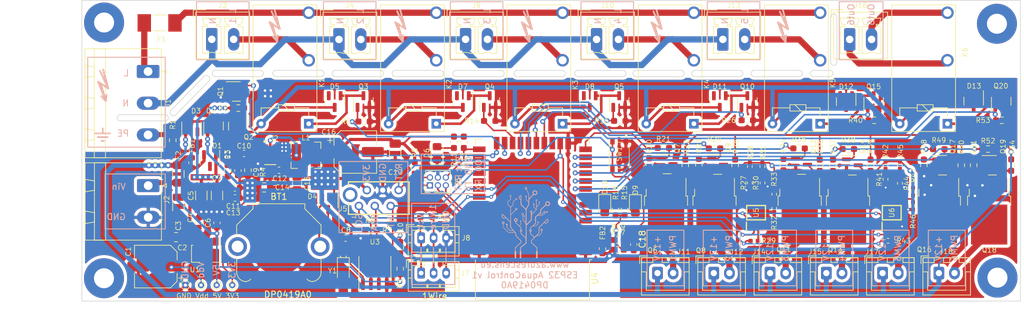
<source format=kicad_pcb>
(kicad_pcb (version 20211014) (generator pcbnew)
  (layers (0 "F.Cu" signal) (31 "B.Cu" signal) (34 "B.Paste" user) (35 "F.Paste" user) (36 "B.SilkS" user "B.Silkscreen") (37 "F.SilkS" user "F.Silkscreen") (38 "B.Mask" user) (39 "F.Mask" user) (44 "Edge.Cuts" user))
  (net 0 "")
  (net 1 "Net-(BT1-Pad1)")
  (net 2 "GND")
  (net 3 "VDD")
  (net 4 "+5V")
  (net 5 "Net-(C10-Pad1)")
  (net 6 "Net-(C9-Pad2)")
  (net 7 "/ESP32, RTC, EXP/Vrtc")
  (net 8 "Net-(C12-Pad2)")
  (net 9 "+3V3")
  (net 10 "Net-(C12-Pad1)")
  (net 11 "/ESP32, RTC, EXP/LED0")
  (net 12 "Net-(C18-Pad1)")
  (net 13 "/ESP32, RTC, EXP/LED1")
  (net 15 "/Relays/RC3")
  (net 17 "VDDA")
  (net 18 "/Relays/RC1")
  (net 21 "Net-(D6-Pad2)")
  (net 22 "/Relays/RC4")
  (net 23 "Net-(D9-Pad2)")
  (net 24 "/Relays/RC2")
  (net 26 "/Relays/RC5")
  (net 28 "/Relays/RC6")
  (net 30 "Net-(D10-Pad2)")
  (net 31 "+12V")
  (net 32 "/Relays/L_230V")
  (net 33 "Net-(F1-Pad2)")
  (net 34 "Net-(F2-Pad1)")
  (net 35 "/ESP32, RTC, EXP/1WIRE")
  (net 36 "Net-(J7-Pad1)")
  (net 37 "/ESP32, RTC, EXP/NRST")
  (net 38 "/ESP32, RTC, EXP/VPROG")
  (net 39 "/ESP32, RTC, EXP/TXD0")
  (net 40 "/ESP32, RTC, EXP/RXD0")
  (net 41 "/ESP32, RTC, EXP/IO0")
  (net 42 "/Relays/N_230V")
  (net 43 "Earth")
  (net 44 "/Relays/PWM1")
  (net 45 "/Relays/LOUT_1")
  (net 46 "/Relays/LOUT_2")
  (net 47 "/Relays/LOUT_3")
  (net 48 "/Relays/LOUT_4")
  (net 49 "/Relays/LOUT_5")
  (net 50 "/R3_CTRL")
  (net 51 "/R1_CTRL")
  (net 52 "/VREL_LOW")
  (net 53 "Net-(J16-Pad2)")
  (net 54 "Net-(J16-Pad1)")
  (net 55 "Net-(Q1-Pad3)")
  (net 56 "/R4_CTRL")
  (net 57 "/R2_CTRL")
  (net 58 "Net-(Q9-Pad1)")
  (net 59 "Net-(FB2-Pad1)")
  (net 60 "Net-(Q7-Pad1)")
  (net 61 "Net-(Q8-Pad1)")
  (net 62 "/R5_CTRL")
  (net 63 "/R6_CTRL")
  (net 64 "Net-(Q6-Pad1)")
  (net 65 "Net-(Q12-Pad1)")
  (net 66 "Net-(Q17-Pad1)")
  (net 67 "Net-(Q11-Pad1)")
  (net 68 "Net-(Q13-Pad1)")
  (net 69 "Net-(Q14-Pad1)")
  (net 70 "/ESP32, RTC, EXP/SCL")
  (net 71 "/ESP32, RTC, EXP/SDA")
  (net 72 "/PWM_1_CTRL")
  (net 73 "/PWM_2_CTRL")
  (net 74 "/PWM_3_CTRL")
  (net 75 "/PWM_4_CTRL")
  (net 76 "/PWM_5_CTRL")
  (net 77 "/PWM_6_CTRL")
  (net 79 "Net-(Q16-Pad1)")
  (net 80 "Net-(Q19-Pad1)")
  (net 81 "Net-(Q18-Pad1)")
  (net 82 "Net-(R29-Pad2)")
  (net 83 "Net-(R27-Pad1)")
  (net 84 "Net-(R30-Pad1)")
  (net 85 "/ESP32, RTC, EXP/INT")
  (net 86 "Net-(R32-Pad1)")
  (net 87 "Net-(R43-Pad2)")
  (net 88 "Net-(R41-Pad1)")
  (net 89 "Net-(R44-Pad1)")
  (net 90 "Net-(U3-Pad1)")
  (net 91 "Net-(U3-Pad2)")
  (net 97 "/Relays/PWM2")
  (net 98 "/Relays/PWM3")
  (net 99 "/Relays/PWM4")
  (net 100 "/Relays/PWM5")
  (net 101 "/Relays/PWM6")
  (net 104 "Net-(R46-Pad1)")
  (net 109 "Net-(D1-Pad2)")
  (footprint "Connector_Phoenix_MC:PhoenixContact_MCV_1,5_2-G-3.5_1x02_P3.50mm_Vertical" (layer "F.Cu") (at 97.74 74.83)
    (fp_text reference "J3")
    (fp_text value "OUT1")
  )
  (footprint "TestPoint:TestPoint_THTPad_D1.0mm_Drill0.5mm" (layer "F.Cu") (at 96.025 114.2)
    (fp_text reference "TP2" hide)
    (fp_text value "TP_Vdd")
  )
  (footprint "Resistor_SMD:R_0402_1005Metric_Pad0.72x0.64mm_HandSolder" (layer "F.Cu") (at 184.5025 107.1)
    (fp_text reference "R29")
    (fp_text value "n.m")
  )
  (footprint "Resistor_SMD:R_0402_1005Metric_Pad0.72x0.64mm_HandSolder" (layer "F.Cu") (at 185.825 97.825 -90)
    (fp_text reference "R30")
    (fp_text value "0R")
  )
  (footprint "Package_TO_SOT_SMD:SOT-23" (layer "F.Cu") (at 219.6 84.7375 -90)
    (fp_text reference "D13")
    (fp_text value "BAT54")
  )
  (footprint "Resistor_SMD:R_0603_1608Metric_Pad0.98x0.95mm_HandSolder" (layer "F.Cu") (at 101.9875 85.8375)
    (fp_text reference "R2")
    (fp_text value "100k")
  )
  (footprint "Connector_Phoenix_MC:PhoenixContact_MCV_1,5_2-G-3.5_1x02_P3.50mm_Vertical" (layer "F.Cu") (at 159.2835 74.8425)
    (fp_text reference "J10")
    (fp_text value "OUT4")
  )
  (footprint "Capacitor_SMD:C_1206_3216Metric_Pad1.33x1.80mm_HandSolder" (layer "F.Cu") (at 127.075 93.1 -90)
    (fp_text reference "C17")
    (fp_text value "10u/25V")
  )
  (footprint "LED_SMD:LED_0805_2012Metric_Pad1.15x1.40mm_HandSolder" (layer "F.Cu") (at 160.59 101.5475 -90)
    (fp_text reference "D10")
    (fp_text value "HSMG-C170")
  )
  (footprint "Resistor_SMD:R_0402_1005Metric_Pad0.72x0.64mm_HandSolder" (layer "F.Cu") (at 183.8 95.2 -90)
    (fp_text reference "R28")
    (fp_text value "0R")
  )
  (footprint "Connector_Phoenix_MSTB:PhoenixContact_MSTBA_2,5_3-G-5,08_1x03_P5.08mm_Horizontal" (layer "F.Cu") (at 87.555 79.98 -90)
    (fp_text reference "J1")
    (fp_text value "230V")
  )
  (footprint "LED_SMD:LED_0805_2012Metric_Pad1.15x1.40mm_HandSolder" (layer "F.Cu") (at 133.775 93.05 90)
    (fp_text reference "D6")
    (fp_text value "HSMG-C170")
  )
  (footprint "Capacitor_SMD:C_0603_1608Metric" (layer "F.Cu") (at 101.425 98.625 180)
    (fp_text reference "C11")
    (fp_text value "1n")
  )
  (footprint "Package_TO_SOT_SMD:SOT-23" (layer "F.Cu") (at 192.075 94.9)
    (fp_text reference "Q12")
    (fp_text value "BSS138")
  )
  (footprint "Resistor_SMD:R_0402_1005Metric_Pad0.72x0.64mm_HandSolder" (layer "F.Cu") (at 209.9 101.5 -90)
    (fp_text reference "R46")
    (fp_text value "0R")
  )
  (footprint "Connector_Phoenix_MC:PhoenixContact_MCV_1,5_2-G-3.5_1x02_P3.50mm_Vertical" (layer "F.Cu") (at 179.4835 74.8425)
    (fp_text reference "J13")
    (fp_text value "OUT5")
  )
  (footprint "SIM:Relay_SPST_Omron-G5Q-1A-sst_pf" (layer "F.Cu") (at 133.6485 88.348 90)
    (fp_text reference "K2")
    (fp_text value "G5Q-1A-EL2-HA DC12")
  )
  (footprint "SIM:Relay_SPST_Omron-G5Q-1A-sst_pf" (layer "F.Cu") (at 174.8485 88.348 90)
    (fp_text reference "K4")
    (fp_text value "G5Q-1A-EL2-HA DC12")
  )
  (footprint "Capacitor_SMD:C_0805_2012Metric" (layer "F.Cu") (at 111.375 97.9 -90)
    (fp_text reference "C15")
    (fp_text value "22u")
  )
  (footprint "Capacitor_SMD:C_0603_1608Metric" (layer "F.Cu") (at 95.625 104.225 90)
    (fp_text reference "C4")
    (fp_text value "1u/25V")
  )
  (footprint "Resistor_SMD:R_0603_1608Metric_Pad0.98x0.95mm_HandSolder" (layer "F.Cu") (at 167.7 94.8 90)
    (fp_text reference "R20")
    (fp_text value "10k (n.m)")
  )
  (footprint "Connector_JST:JST_XH_B2B-XH-A_1x02_P2.50mm_Vertical" (layer "F.Cu") (at 178.032 112.275)
    (fp_text reference "J12")
    (fp_text value "PWM2")
  )
  (footprint "SIM:Relay_SPST_Omron-G5Q-1A-sst_pf" (layer "F.Cu") (at 215.4 88.348 90)
    (fp_text reference "K6")
    (fp_text value "G5Q-1A-EL2-HA DC12")
  )
  (footprint "Resistor_SMD:R_0603_1608Metric_Pad0.98x0.95mm_HandSolder" (layer "F.Cu") (at 197.1 95 90)
    (fp_text reference "R37")
    (fp_text value "10k (n.m)")
  )
  (footprint "TestPoint:TestPoint_THTPad_D1.0mm_Drill0.5mm" (layer "F.Cu") (at 93.525 114.2)
    (fp_text reference "TP1" hide)
    (fp_text value "TP_GND")
  )
  (footprint "MountingHole:MountingHole_3.2mm_M3_Pad" (layer "F.Cu") (at 223.402 113)
    (fp_text reference "H4" hide)
    (fp_text value "MountingHole")
  )
  (footprint "Connector_JST:JST_PH_B3B-PH-K_1x03_P2.00mm_Vertical" (layer "F.Cu") (at 131.225 112.275)
    (fp_text reference "J7")
    (fp_text value "1wire 1")
  )
  (footprint "Resistor_SMD:R_0603_1608Metric_Pad0.98x0.95mm_HandSolder" (layer "F.Cu") (at 189.175 94.9 90)
    (fp_text reference "R34")
    (fp_text value "10k (n.m)")
  )
  (footprint "Capacitor_SMD:C_0805_2012Metric" (layer "F.Cu") (at 92.025 106.525 180)
    (fp_text reference "C2")
    (fp_text value "10u/25V")
  )
  (footprint "Capacitor_SMD:CP_Elec_6.3x5.4" (layer "F.Cu") (at 88.79 111.23 180)
    (fp_text reference "C1")
    (fp_text value "100u/35V")
  )
  (footprint "Package_TO_SOT_SMD:SOT-23" (layer "F.Cu") (at 178.65 94.9)
    (fp_text reference "Q9")
    (fp_text value "BSS138")
  )
  (footprint "Resistor_SMD:R_0603_1608Metric_Pad0.98x0.95mm_HandSolder" (layer "F.Cu") (at 219.6 95 90)
    (fp_text reference "R51")
    (fp_text value "10k (n.m)")
  )
  (footprint "Resistor_SMD:R_0402_1005Metric_Pad0.72x0.64mm_HandSolder" (layer "F.Cu") (at 209.9 99.225 -90)
    (fp_text reference "R47")
    (fp_text value "n.m")
  )
  (footprint "Connector_PinHeader_1.27mm:PinHeader_2x03_P1.27mm_Vertical" (layer "F.Cu") (at 132.635 98.225 90)
    (fp_text reference "J6")
    (fp_text value "PROG")
  )
  (footprint "SIM:Relay_SPST_Omron-G5Q-1A-sst_pf" (layer "F.Cu") (at 153.8485 88.348 90)
    (fp_text reference "K3")
    (fp_text value "G5Q-1A-EL2-HA DC12")
  )
  (footprint "Capacitor_SMD:C_0805_2012Metric" (layer "F.Cu") (at 106.125 98.55)
    (fp_text reference "C14")
    (fp_text value "22u")
  )
  (footprint "TestPoint:TestPoint_THTPad_D1.0mm_Drill0.5mm" (layer "F.Cu") (at 101.025 114.2)
    (fp_text reference "TP4" hide)
    (fp_text value "TP_3V3")
  )
  (footprint "Resistor_SMD:R_0603_1608Metric_Pad0.98x0.95mm_HandSolder" (layer "F.Cu") (at 175.65 94.9 90)
    (fp_text reference "R23")
    (fp_text value "10k (n.m)")
  )
  (footprint "SIM:SOP65P490X110-8N" (layer "F.Cu") (at 206.5 102.6 90)
    (fp_text reference "U6")
    (fp_text value "NCT175DMR2G" hide)
  )
  (footprint "Package_TO_SOT_SMD:SOT-23" (layer "F.Cu") (at 162.9 84.8 90)
    (fp_text reference "Q5")
    (fp_text value "BSS138")
  )
  (footprint "Inductor_SMD:L_0603_1608Metric" (layer "F.Cu") (at 94.575 94.6 -90)
    (fp_text reference "FB1")
    (fp_text value "BLM18PG600SN1")
  )
  (footprint "Resistor_SMD:R_0603_1608Metric_Pad0.98x0.95mm_HandSolder" (layer "F.Cu") (at 181.45 95 90)
    (fp_text reference "R25")
    (fp_text value "10k")
  )
  (footprint "Package_TO_SOT_SMD:SOT-23" (layer "F.Cu") (at 101.9875 88.725 -90)
    (fp_text reference "Q2")
    (fp_text value "AO3435")
  )
  (footprint "MountingHole:MountingHole_3.2mm_M3_Pad" (layer "F.Cu") (at 80.5 113.1)
    (fp_text reference "H1" hide)
    (fp_text value "MountingHole")
  )
  (footprint "Resistor_SMD:R_0603_1608Metric_Pad0.98x0.95mm_HandSolder" (layer "F.Cu") (at 163 87.9)
    (fp_text reference "R16")
    (fp_text value "100k")
  )
  (footprint "Package_TO_SOT_SMD:SOT-23" (layer "F.Cu") (at 200.2 95)
    (fp_text reference "Q14")
    (fp_text value "BSS138")
  )
  (footprint "Resistor_SMD:R_0603_1608Metric_Pad0.98x0.95mm_HandSolder" (layer "F.Cu") (at 194.975 95 90)
    (fp_text reference "R36")
    (fp_text value "10k")
  )
  (footprint "Package_TO_SOT_SMD:TO-252-2" (layer "F.Cu") (at 178.15 102.4 -90)
    (fp_text reference "Q8")
    (fp_text value "YJD60N04A")
  )
  (footprint "Package_TO_SOT_SMD:SOT-23" (layer "F.Cu") (at 199.2 84.8 -90)
    (fp_text reference "D12")
    (fp_text value "BAT54")
  )
  (footprint "Package_TO_SOT_SMD:SOT-23" (layer "F.Cu") (at 97.45 94.25 -90)
    (fp_text reference "D1")
    (fp_text value "BAT54WS")
  )
  (footprint "Package_SO:SOIC-8_3.9x4.9mm_P1.27mm" (layer "F.Cu") (at 123.825 111.55 90)
    (fp_text reference "U3")
    (fp_text value "PCF85063AT/AAZ")
  )
  (footprint "Resistor_SMD:R_0402_1005Metric_Pad0.72x0.64mm_HandSolder" (layer "F.Cu") (at 207.8 97.9 -90)
    (fp_text reference "R44")
    (fp_text value "0R")
  )
  (footprint "SIM:PTS815SJM250SMTRLFS" (layer "F.Cu") (at 162.9 93.41 -90)
    (fp_text reference "SW1")
    (fp_text value "B3F-1000" hide)
  )
  (footprint "Package_TO_SOT_SMD:SOT-23" (layer "F.Cu") (at 137.9 84.8 -90)
    (fp_text reference "D7")
    (fp_text value "BAT54")
  )
  (footprint "SIM:BatteryHolder_Keystone_3001_1x12mm" (layer "F.Cu") (at 108.475 108.025)
    (fp_text reference "BT1")
    (fp_text value "KEYSTONE_3001")
  )
  (footprint "SIM:SOP65P490X110-8N" (layer "F.Cu") (at 184.8 102.6 90)
    (fp_text reference "U5")
    (fp_text value "NCT175DMR2G" hide)
  )
  (footprint "Package_TO_SOT_SMD:SOT-23" (layer "F.Cu") (at 158.2 84.8 -90)
    (fp_text reference "D8")
    (fp_text value "BAT54")
  )
  (footprint "Resistor_SMD:R_0603_1608Metric_Pad0.98x0.95mm_HandSolder" (layer "F.Cu") (at 214.025 92.425)
    (fp_text reference "R49")
    (fp_text value "100R")
  )
  (footprint "Connector_Phoenix_MC:PhoenixContact_MCV_1,5_2-G-3.5_1x02_P3.50mm_Vertical" (layer "F.Cu") (at 199.7675 74.8425)
    (fp_text reference "J16")
    (fp_text value "OUT6")
  )
  (footprint "Resistor_SMD:R_0603_1608Metric_Pad0.98x0.95mm_HandSolder" (layer "F.Cu") (at 142.2 87.9)
    (fp_text reference "R14")
    (fp_text value "100k")
  )
  (footprint "SIM:V-DFN3020-13_Type_A_grid_stencil" (layer "F.Cu") (at 107.1 93.1)
    (fp_text reference "U2")
    (fp_text value "AP63357DV-7")
  )
  (footprint "Resistor_SMD:R_0603_1608Metric_Pad0.98x0.95mm_HandSolder" (layer "F.Cu") (at 203.1 95 90)
    (fp_text reference "R39")
    (fp_text value "10k")
  )
  (footprint "Resistor_SMD:R_0603_1608Metric_Pad0.98x0.95mm_HandSolder" (layer "F.Cu") (at 224.1 87.8)
    (fp_text reference "R53")
    (fp_text value "100k")
  )
  (footprint "Resistor_SMD:R_0603_1608Metric_Pad0.98x0.95mm_HandSolder" (layer "F.Cu") (at 163.78 102.1075 90)
    (fp_text reference "R15")
    (fp_text value "1k")
  )
  (footprint "Resistor_SMD:R_0603_1608Metric_Pad0.98x0.95mm_HandSolder" (layer "F.Cu") (at 100.275 95.875 -90)
    (fp_text reference "R3")
    (fp_text value "30k/1%")
  )
  (footprint "Resistor_SMD:R_0402_1005Metric_Pad0.72x0.64mm_HandSolder" (layer "F.Cu") (at 183.8 97.825 -90)
    (fp_text reference "R27")
    (fp_text value "n.m")
  )
  (footprint "Fuse:Fuse_1206_3216Metric" (layer "F.Cu") (at 92.4 96.4 90)
    (fp_text reference "F2")
    (fp_text value "0685F0500-01")
  )
  (footprint "Resistor_SMD:R_0603_1608Metric_Pad0.98x0.95mm_HandSolder" (layer "F.Cu") (at 225.6 94.975 90)
    (fp_text reference "R54")
    (fp_text value "10k")
  )
  (footprint "Resistor_SMD:R_0603_1608Metric_Pad0.98x0.95mm_HandSolder" (layer "F.Cu") (at 127.875 111.5625 -90)
    (fp_text reference "R9")
    (fp_text value "0R")
  )
  (footprint "Resistor_SMD:R_0603_1608Metric_Pad0.98x0.95mm_HandSolder" (layer "F.Cu") (at 120.4 103.85)
    (fp_text reference "R6")
    (fp_text value "n.m.")
  )
  (footprint "Package_TO_SOT_SMD:SOT-23" (layer "F.Cu") (at 222.6 95)
    (fp_text reference "Q19")
    (fp_text value "BSS138")
  )
  (footprint "SIM:Relay_SPST_Omron-G5Q-1A-sst_pf" (layer "F.Cu") (at 113.2485 88.348 90)
    (fp_text reference "K1")
    (fp_text value "G5Q-1A-EL2-HA DC12")
  )
  (footprint "Resistor_SMD:R_0603_1608Metric_Pad0.98x0.95mm_HandSolder" (layer "F.Cu") (at 173.475 95 90)
    (fp_text reference "R22")
    (fp_text value "10k")
  )
  (footprint "Package_TO_SOT_SMD:SOT-23" (layer "F.Cu") (at 98.025 88.7 90)
    (fp_text reference "D2")
    (fp_text value "BAT54")
  )
  (footprint "Package_TO_SOT_SMD:TO-252-2" (layer "F.Cu") (at 191.775 102.4 -90)
    (fp_text reference "Q11")
    (fp_text value "YJD60N04A")
  )
  (footprint "Package_TO_SOT_SMD:SOT-23" (layer "F.Cu") (at 183.4 84.8 90)
    (fp_text reference "Q10")
    (fp_text value "BSS138")
  )
  (footprint "Inductor_SMD:L_Bourns-SRN4018" (layer "F.Cu") (at 112.8 93.4)
    (fp_text reference "L1")
    (fp_text value "DJNR4018-4R7-S")
  )
  (footprint "Capacitor_SMD:CP_Elec_6.3x5.4" (layer "F.Cu") (at 120.7 92.875)
    (fp_text reference "C16")
    (fp_text value "100u")
  )
  (footprint "Resistor_SMD:R_0603_1608Metric_Pad0.98x0.95mm_HandSolder" (layer "F.Cu") (at 199.55 92.4)
    (fp_text reference "R38")
    (fp_text value "100R")
  )
  (footprint "Connector_JST:JST_XH_B2B-XH-A_1x02_P2.50mm_Vertical" (layer "F.Cu") (at 205.032 112.275)
    (fp_text reference "J17")
    (fp_text value "PWM5")
  )
  (footprint "Capacitor_SMD:C_0603_1608Metric" (layer "F.Cu") (at 102.9 93.1 180)
    (fp_text reference "C10")
    (fp_text value "100n/35V")
  )
  (footprint "Capacitor_SMD:C_0603_1608Metric" (layer "F.Cu") (at 108.5 95.8)
    (fp_text reference "C12")
    (fp_text value "100n")
  )
  (footprint "Resistor_SMD:R_0603_1608Metric_Pad0.98x0.95mm_HandSolder" (layer "F.Cu") (at 123.2 105.425)
    (fp_text reference "R7")
    (fp_text value "n.m.")
  )
  (footprint "Resistor_SMD:R_0603_1608Metric_Pad0.98x0.95mm_HandSolder" (layer "F.Cu") (at 162.72 108.52)
    (fp_text reference "R17")
    (fp_text value "10k")
  )
  (footprint "Resistor_SMD:R_0402_1005Metric_Pad0.72x0.64mm_HandSolder" (layer "F.Cu") (at 205.9 107.1)
    (fp_text reference "R43")
    (fp_text value "n.m")
  )
  (footprint "Resistor_SMD:R_0603_1608Metric_Pad0.98x0.95mm_HandSolder" (layer "F.Cu") (at 132.0125 103.32 180)
    (fp_text reference "R12")
    (fp_text value "4k7")
  )
  (footprint "Package_TO_SOT_SMD:TO-252-2" (layer "F.Cu") (at 222.075 102.4 -90)
    (fp_text reference "Q18")
    (fp_text value "YJD60N04A")
  )
  (footprint "MountingHole:MountingHole_3.2mm_M3_Pad" (layer "F.Cu") (at 80.518 72.136)
    (fp_text reference "H2" hide)
    (fp_text value "MountingHole")
  )
  (footprint "Resistor_SMD:R_0402_1005Metric_Pad0.72x0.64mm_HandSolder" (layer "F.Cu") (at 187.7 99.65 -90)
    (fp_text reference "R33")
    (fp_text value "n.m")
  )
  (footprint "Resistor_SMD:R_0603_1608Metric_Pad0.98x0.95mm_HandSolder" (layer "F.Cu") (at 162.72 106.97 180)
    (fp_text reference "R19")
    (fp_text value "22R")
  )
  (footprint "Package_TO_SOT_SMD:SOT-89-3" (layer "F.Cu") (at 96.86 108.88 -90)
    (fp_text reference "U1")
    (fp_text value "LD2981CU50TR")
  )
  (footprint "Connector_Phoenix_MC:PhoenixContact_MCV_1,5_2-G-3.5_1x02_P3.50mm_Vertical" (layer "F.Cu") (at 118.0835 74.8505)
    (fp_text reference "J4")
    (fp_text value "OUT2")
  )
  (footprint "Resistor_SMD:R_0402_1005Metric_Pad0.72x0.64mm_HandSolder" (layer "F.Cu") (at 185.8 95.2 -90)
    (fp_text reference "R31")
    (fp_text value "n.m")
  )
  (footprint "Package_TO_SOT_SMD:TO-252-2" (layer "F.Cu") (at 199.5 102.4 -90)
    (fp_text reference "Q13")
    (fp_text value "YJD60N04A")
  )
  (footprint "Resistor_SMD:R_0603_1608Metric_Pad0.98x0.95mm_HandSolder" (layer "F.Cu") (at 178.15 92.3)
    (fp_text reference "R24")
    (fp_text value "100R")
  )
  (footprint "Resistor_SMD:R_0603_1608Metric_Pad0.98x0.95mm_HandSolder" (layer "F.Cu") (at 203.7 87.8)
    (fp_text reference "R40")
    (fp_text value "100k")
  )
  (footprint "Connector_JST:JST_XH_B2B-XH-A_1x02_P2.50mm_Vertical" (layer "F.Cu") (at 196.032 112.275)
    (fp_text reference "J15")
    (fp_text value "PWM4")
  )
  (footprint "Package_TO_SOT_SMD:SOT-23" (layer "F.Cu") (at 170.575 94.8)
    (fp_text reference "Q7")
    (fp_text value "BSS138")
  )
  (footprint "Resistor_SMD:R_0603_1608Metric_Pad0.98x0.95mm_HandSolder" (layer "F.Cu") (at 191.675 92.3)
    (fp_text reference "R35")
    (fp_text value "100R")
  )
  (footprint "MountingHole:MountingHole_3.2mm_M3_Pad" (layer "F.Cu") (at 223.32 72.336)
    (fp_text reference "H3" hide)
    (fp_text value "MountingHole")
  )
  (footprint "Resistor_SMD:R_0402_1005Metric_Pad0.72x0.64mm_HandSolder" (layer "F.Cu") (at 207.8 95 -90)
    (fp_text reference "R45")
    (fp_text value "n.m")
  )
  (footprint "Capacitor_SMD:C_0603_1608Metric" (layer "F.Cu") (at 101.925 95.85 90)
    (fp_text reference "C9")
    (fp_text value "47p")
  )
  (footprint "Capacitor_SMD:C_1206_3216Metric" (layer "F.Cu") (at 98.575 99.85 -90)
    (fp_text reference "C7")
    (fp_text value "10u/35V")
  )
  (footprint "Package_TO_SOT_SMD:SOT-23" (layer "F.Cu") (at 117.4 84.8 -90)
    (fp_text reference "D5")
    (fp_text value "BAT54")
  )
  (footprint "Package_TO_SOT_SMD:SOT-23" (layer "F.Cu") (at 94.5 88.725 90)
    (fp_text reference "D3")
    (fp_text value "n.m")
  )
  (footprint "Resistor_SMD:R_0603_1608Metric_Pad0.98x0.95mm_HandSolder" (layer "F.Cu") (at 127.875 108.2 -90)
    (fp_text reference "R10")
    (fp_text value "n.m")
  )
  (footprint "SIM:FUSC6125X279N" (layer "F.Cu") (at 89.4 72.2 180)
    (fp_text reference "F1")
    (fp_text value "0679L0250-05")
  )
  (footprint "Package_TO_SOT_SMD:SOT-23" (layer "F.Cu") (at 116.36 101.16 -90)
    (fp_text reference "D4")
    (fp_text value "BAT54C")
  )
  (footprint "Connector_Phoenix_MC:PhoenixContact_MCV_1,5_2-G-3.5_1x02_P3.50mm_Vertical" (layer "F.Cu") (at 138.33 74.83)
    (fp_text reference "J9")
    (fp_text value "OUT3")
  )
  (footprint "LED_SMD:LED_0805_2012Metric_Pad1.15x1.40mm_HandSolder" (layer "F.Cu") (at 165.5 101.59 -90)
    (fp_text reference "D9")
    (fp_text value "HSMG-C170")
  )
  (footprint "Crystal:Crystal_SMD_MicroCrystal_MS3V-T1R" (layer "F.Cu") (at 118.775 111.925)
    (fp_text reference "Y1")
    (fp_text value "MS3V-T1R-32.768kHz-12.5pF-20PPM")
  )
  (footprint "Resistor_SMD:R_0603_1608Metric_Pad0.98x0.95mm_HandSolder" (layer "F.Cu") (at 169.975 92.225)
    (fp_text reference "R21")
    (fp_text value "100R")
  )
  (footprint "Resistor_SMD:R_0402_1005Metric_Pad0.72x0.64mm_HandSolder" (layer "F.Cu") (at 187.7 101.9 -90)
    (fp_text reference "R32")
    (fp_text value "0R")
  )
  (footprint "Capacitor_SMD:C_0603_1608Metric_Pad1.08x0.95mm_HandSolder" (layer "F.Cu") (at 165.23 107.7 90)
    (fp_text reference "C18")
    (fp_text value "100n/35V")
  )
  (footprint "Connector_JST:JST_XH_B2B-XH-A_1x02_P2.50mm_Vertical" (layer "F.Cu") (at 214.032 112.275)
    (fp_text reference "J18")
    (fp_text value "PWM6")
  )
  (footprint "Resistor_SMD:R_0603_1608Metric_Pad0.98x0.95mm_HandSolder" (layer "F.Cu") (at 217.625 95 90)
    (fp_text reference "R50")
    (fp_text value "10k")
  )
  (footprint "Resistor_SMD:R_0603_1608Metric_Pad0.98x0.95mm_HandSolder" (layer "F.Cu") (at 103.525 95.8 -90)
    (fp_text reference "R4")
    (fp_text value "91k/1%")
  )
  (footprint "Resistor_SMD:R_0402_1005Metric_Pad0.72x0.64mm_HandSolder" (layer "F.Cu") (at 205.5 97.25 -90)
    (fp_text reference "R41")
    (fp_text value "0R")
  )
  (footprint "Package_TO_SOT_SMD:SOT-23" (layer "F.Cu") (at 224 84.7375 90)
    (fp_text reference "Q20")
    (fp_text value "BSS138")
  )
  (footprint "Package_TO_SOT_SMD:SOT-23" (layer "F.Cu") (at 101.675 83.175)
    (fp_text reference "Q1")
    (fp_text value "BSS138")
  )
  (footprint "Resistor_SMD:R_0402_1005Metric_Pad0.72x0.64mm_HandSolder" (layer "F.Cu") (at 205.5 95 -90)
    (fp_text reference "R42")
    (fp_text value "n.m")
  )
  (footprint "Connector_JST:JST_XH_B2B-XH-A_1x02_P2.50mm_Vertical" (layer "F.Cu") (at 169.032 112.275)
    (fp_text reference "J11")
    (fp_text value "PWM1")
  )
  (footprint "Package_TO_SOT_SMD:SOT-23" (layer "F.Cu") (at 214.625 95)
    (fp_text reference "Q17")
    (fp_text value "BSS138")
  )
  (footprint "Resistor_SMD:R_0603_1608Metric_Pad0.98x0.95mm_HandSolder" (layer "F.Cu") (at 138.05 91.325 -90)
    (fp_text reference "R13")
    (fp_text value "100k")
  )
  (footprint "Package_TO_SOT_SMD:TO-252-2" (layer "F.Cu") (at 170.4 102.4 -90)
    (fp_text reference "Q6")
    (fp_text value "YJD60N04A")
  )
  (footprint "Resistor_SMD:R_0603_1608Metric_Pad0.98x0.95mm_HandSolder" (layer "F.Cu") (at 122.1 88)
    (fp_text reference "R5")
    (fp_text value "100k")
  )
  (footprint "SIM:Relay_SPST_Omron-G5Q-1A-sst_pf" (layer "F.Cu") (at 195.0485 88.348 90)
    (fp_text reference "K5")
    (fp_text value "G5Q-1A-EL2-HA DC12")
  )
  (footprint "Resistor_SMD:R_0603_1608Metric_Pad0.98x0.95mm_HandSolder" (layer "F.Cu") (at 221.9 92.4)
    (fp_text reference "R52")
    (fp_text value "100R")
  )
  (footprint "Capacitor_SMD:C_1206_3216Metric" (layer "F.Cu") (at 96.075 99.85 -90)
    (fp_text reference "C5")
    (fp_text value "10u/35V")
  )
  (footprint "Resistor_SMD:R_0603_1608Metric_Pad0.98x0.95mm_HandSolder" (layer "F.Cu") (at 136.475 91.325 -90)
    (fp_text reference "R11")
    (fp_text value "1k")
  )
  (footprint "Resistor_SMD:R_0603_1608Metric_Pad0.98x0.95mm_HandSolder" (layer "F.Cu") (at 183.4 87.8)
    (fp_text reference "R26")
    (fp_text value "100k")
  )
  (footprint "Connector_JST:JST_PH_B3B-PH-K_1x03_P2.00mm_Vertical" (layer "F.Cu") (at 131.225 106.625)
    (fp_text reference "J8")
    (fp_text value "1wire 2")
  )
  (footprint "Connector_Phoenix_MSTB:PhoenixContact_MSTBA_2,5_2-G-5,08_1x02_P5.08mm_Horizontal" (layer "F.Cu") (at 87.5775 98.26 -90)
    (fp_text reference "J2")
    (fp_text value "Vin")
  )
  (footprint "Resistor_SMD:R_0603_1608Metric_Pad0.98x0.95mm_HandSolder" (layer "F.Cu") (at 211.625 95 90)
    (fp_text reference "R48")
    (fp_text value "10k (n.m)")
  )
  (footprint "Package_TO_SOT_SMD:SOT-23" (layer "F.Cu") (at 122 84.8 90)
    (fp_text reference "Q3")
    (fp_text value "BSS138")
  )
  (footprint "RF_Module:ESP32-WROOM-32" (layer "F.Cu") (at 149.025 100.7 180)
    (fp_text reference "U4")
    (fp_text value "ESP32-WROOM-32D")
  )
  (footprint "Resistor_SMD:R_0603_1608Metric_Pad0.98x0.95mm_HandSolder" (layer "F.Cu") (at 91.5 91 -90)
    (fp_text reference "R1")
    (fp_text value "100k")
  )
  (footprint "Package_TO_SOT_SMD:SOT-23" (layer "F.Cu") (at 179 84.8 -90)
    (fp_text reference "D11")
    (fp_text value "BAT54")
  )
  (footprint "TestPoint:TestPoint_THTPad_D1.0mm_Drill0.5mm" (layer "F.Cu") (at 98.525 114.2)
    (fp_text reference "TP3" hide)
    (fp_text value "TP_5V")
  )
  (footprint "Package_TO_SOT_SMD:SOT-23" (layer "F.Cu") (at 203.6 84.8 90)
    (fp_text reference "Q15")
    (fp_text value "BSS138")
  )
  (footprint "Connector_JST:JST_XH_B2B-XH-A_1x02_P2.50mm_Vertical" (layer "F.Cu") (at 187.032 112.275)
    (fp_text reference "J14")
    (fp_text value "PWM3")
  )
  (footprint "Package_TO_SOT_SMD:TO-252-2" (layer "F.Cu") (at 214.025 102.4 -90)
    (fp_text reference "Q16")
    (fp_text value "YJD60N04A")
  )
  (footprint "Resistor_SMD:R_0603_1608Metric_Pad0.98x0.95mm_HandSolder" (layer "F.Cu") (at 130.2 95.45 -90)
    (fp_text reference "R8")
    (fp_text value "0R")
  )
  (footprint "Capacitor_SMD:C_0603_1608Metric" (layer "F.Cu") (at 101.45 100.25 180)
    (fp_text reference "C13")
    (fp_text value "100n")
  )
  (footprint "Capacitor_SMD:C_0603_1608Metric_Pad1.08x0.95mm_HandSolder" (layer "F.Cu") (at 119.15 106.675)
    (fp_text reference "C8")
    (fp_text value "100n")
  )
  (footprint "Inductor_SMD:L_0603_1608Metric" (layer "F.Cu") (at 160.23 108.36 -90)
    (fp_text reference "FB2")
    (fp_text value "BLM18PG600SN1")
  )
  (footprint "SIM:7-215079-6" (layer "F.Cu") (at 124.45 99.725 180)
    (fp_text reference "J5")
    (fp_text value "7-215079-6" hide)
  )
  (footprint "Package_TO_SOT_SMD:SOT-23" (layer "F.Cu") (at 142.2 84.8 90)
    (fp_text reference "Q4")
    (fp_text value "BSS138")
  )
  (footprint "Capacitor_SMD:C_0603_1608Metric" (layer "F.Cu") (at 98.575 104.225 90)
    (fp_text reference "C6")
    (fp_text value "10u/6V3/X5R")
  )
  (footprint "Resistor_SMD:R_0603_1608Metric_Pad0.98x0.95mm_HandSolder" (layer "F.Cu") (at 162.31 102.1075 90)
    (fp_text reference "R18")
    (fp_text value "1k")
  )
  (footprint "Capacitor_SMD:C_1206_3216Metric" (layer "F.Cu") (at 92.4 101.6 -90)
    (fp_text reference "C3")
    (fp_text value "10u/35V")
  )
  (footprint "SIM:Symbol_HighVoltage_Type2_SSTop_VerySmall" (layer "B.Cu") (at 107.70094 72.947446 180)
    (fp_text reference "REF**" hide)
    (fp_text value "Symbol_HighVoltage_Type2_SSTop_VerySmall")
  )
  (footprint "SIM:Symbol_HighVoltage_Type2_SSTop_VerySmall" (layer "B.Cu") (at 80.28 82.5 180)
    (fp_text reference "REF**" hide)
    (fp_text value "Symbol_HighVoltage_Type2_SSTop_VerySmall")
  )
  (footprint "SIM:Symbol_HighVoltage_Type2_SSTop_VerySmall" (layer "B.Cu") (at 148.03094 72.985361 180)
    (fp_text reference "REF**" hide)
    (fp_text value "Symbol_HighVoltage_Type2_SSTop_VerySmall")
  )
  (footprint "SIM:Symbol_HighVoltage_Type2_SSTop_VerySmall" (layer "B.Cu") (at 127.79094 72.947446 180)
    (fp_text reference "REF**" hide)
    (fp_text value "Symbol_HighVoltage_Type2_SSTop_VerySmall")
  )
  (footprint "SIM:Symbol_HighVoltage_Type2_SSTop_VerySmall" (layer "B.Cu") (at 168.79094 72.987455 180)
    (fp_text reference "REF**" hide)
    (fp_text value "Symbol_HighVoltage_Type2_SSTop_VerySmall")
  )
  (footprint "SIM:Symbol_HighVoltage_Type2_SSTop_VerySmall" (layer "B.Cu") (at 189.00094 72.99972 180)
    (fp_text reference "REF**" hide)
    (fp_text value "Symbol_HighVoltage_Type2_SSTop_VerySmall")
  )
  (footprint "azurescens:logo2" (layer "B.Cu") (at 147.97 104.3 180)
    (fp_text reference "G***" hide)
    (fp_text value "LOGO" hide)
  )
  (gr_rect (start 124 68.8) (end 115.6 78.1) (layer "B.SilkS") (width 0.15) (fill none))
  (gr_rect (start 90.3 77.7) (end 77.9 92.1) (layer "B.SilkS") (width 0.15) (fill none))
  (gr_rect (start 90.3 96.4) (end 80.7 105.2) (layer "B.SilkS") (width 0.15) (fill none))
  (gr_line (start 81.5 89.9) (end 79.1 89.9) (layer "B.SilkS") (width 0.25))
  (gr_rect (start 129.1 94.4) (end 118.1 105.8) (layer "B.SilkS") (width 0.15) (fill none))
  (gr_line (start 81.1 90.5) (end 79.5 90.5) (layer "B.SilkS") (width 0.25))
  (gr_rect (start 144.3 68.8) (end 135.9 78.1) (layer "B.SilkS") (width 0.15) (fill none))
  (gr_rect (start 136.6 101.1) (end 129.7 114.1) (layer "B.SilkS") (width 0.15) (fill none))
  (gr_line (start 131.2 108.2) (end 131.2 110.7) (layer "B.SilkS") (width 0.15))
  (gr_rect (start 131.25 93.205) (end 141.34 99.555) (layer "B.SilkS") (width 0.15) (fill none))
  (gr_line (start 135.2 108.2) (end 135.2 110.7) (layer "B.SilkS") (width 0.15))
  (gr_rect (start 173.25 105.4) (end 167.35 114.3) (layer "B.SilkS") (width 0.15) (fill none))
  (gr_rect (start 191.25 105.4) (end 185.35 114.3) (layer "B.SilkS") (width 0.15) (fill none))
  (gr_line (start 133.2 108.2) (end 133.2 110.7) (layer "B.SilkS") (width 0.15))
  (gr_rect (start 200.25 105.4) (end 194.35 114.3) (layer "B.SilkS") (width 0.15) (fill none))
  (gr_line (start 80.5 91.1) (end 80.1 91.1) (layer "B.SilkS") (width 0.25))
  (gr_rect (start 185.4 68.8) (end 177 78.1) (layer "B.SilkS") (width 0.15) (fill none))
  (gr_line (start 80.3 89.9) (end 80.3 89.1) (layer "B.SilkS") (width 0.25))
  (gr_rect (start 182.25 105.4) (end 176.35 114.3) (layer "B.SilkS") (width 0.15) (fill none))
  (gr_rect (start 218.25 105.4) (end 212.35 114.3) (layer "B.SilkS") (width 0.15) (fill none))
  (gr_rect (start 103.7 68.8) (end 95.3 78.1) (layer "B.SilkS") (width 0.15) (fill none))
  (gr_rect (start 209.25 105.4) (end 203.35 114.3) (layer "B.SilkS") (width 0.15) (fill none))
  (gr_rect (start 165.2 68.8) (end 156.8 78.1) (layer "B.SilkS") (width 0.15) (fill none))
  (gr_rect (start 205.1 68.8) (end 198.1 78.1) (layer "B.SilkS") (width 0.15) (fill none))
  (gr_arc (start 165.6 80.8) (mid 165.1 80.3) (end 165.6 79.8) (layer "Edge.Cuts") (width 0.1))
  (gr_rect (start 76.962 68.58) (end 227.076 116.754) (layer "Edge.Cuts") (width 0.1) (fill none))
  (gr_arc (start 191.7 79.8) (mid 192.2 80.3) (end 191.7 80.8) (layer "Edge.Cuts") (width 0.1))
  (gr_arc (start 98.3 80.8) (mid 97.8 80.3) (end 98.3 79.8) (layer "Edge.Cuts") (width 0.1))
  (gr_line (start 98.3 79.8) (end 105.5 79.8) (layer "Edge.Cuts") (width 0.1))
  (gr_line (start 165.6 79.8) (end 172.8 79.8) (layer "Edge.Cuts") (width 0.1))
  (gr_line (start 91.3 86.1) (end 96.497407 80.796018) (layer "Edge.Cuts") (width 0.1))
  (gr_arc (start 196.72 71.29) (mid 197.22 70.79) (end 197.72 71.29) (layer "Edge.Cuts") (width 0.1))
  (gr_line (start 83.1 87.9) (end 90.3 87.9) (layer "Edge.Cuts") (width 0.1))
  (gr_line (start 156.3 79.8) (end 163.5 79.8) (layer "Edge.Cuts") (width 0.1))
  (gr_arc (start 136.8 80.8) (mid 136.3 80.3) (end 136.8 79.8) (layer "Edge.Cuts") (width 0.1))
  (gr_arc (start 196.6 79.8) (mid 197.1 80.3) (end 196.6 80.8) (layer "Edge.Cuts") (width 0.1))
  (gr_line (start 194 80.8) (end 196.6 80.8) (layer "Edge.Cuts") (width 0.1))
  (gr_line (start 184.5 80.8) (end 191.7 80.8) (layer "Edge.Cuts") (width 0.1))
  (gr_arc (start 124.7 79.8) (mid 125.2 80.3) (end 124.7 80.8) (layer "Edge.Cuts") (width 0.1))
  (gr_line (start 92 86.9) (end 97.197407 81.596018) (layer "Edge.Cuts") (width 0.1))
  (gr_line (start 108 80.8) (end 115.2 80.8) (layer "Edge.Cuts") (width 0.1))
  (gr_arc (start 83.1 87.9) (mid 82.6 87.4) (end 83.1 86.9) (layer "Edge.Cuts") (width 0.1))
  (gr_arc (start 108 80.8) (mid 107.5 80.3) (end 108 79.8) (layer "Edge.Cuts") (width 0.1))
  (gr_line (start 156.3 80.8) (end 163.5 80.8) (layer "Edge.Cuts") (width 0.1))
  (gr_line (start 136.8 80.8) (end 144 80.8) (layer "Edge.Cuts") (width 0.1))
  (gr_line (start 175 79.8) (end 182.2 79.8) (layer "Edge.Cuts") (width 0.1))
  (gr_arc (start 194 80.8) (mid 193.5 80.3) (end 194 79.8) (layer "Edge.Cuts") (width 0.1))
  (gr_line (start 175 80.8) (end 182.2 80.8) (layer "Edge.Cuts") (width 0.1))
  (gr_arc (start 92 86.9) (mid 91.197407 86.896018) (end 91.3 86.1) (layer "Edge.Cuts") (width 0.1))
  (gr_arc (start 175 80.8) (mid 174.5 80.3) (end 175 79.8) (layer "Edge.Cuts") (width 0.1))
  (gr_arc (start 117.5 80.8) (mid 117 80.3) (end 117.5 79.8) (layer "Edge.Cuts") (width 0.1))
  (gr_arc (start 96.497407 80.796018) (mid 97.3 80.8) (end 97.197407 81.596018) (layer "Edge.Cuts") (width 0.1))
  (gr_arc (start 146.6 80.8) (mid 146.1 80.3) (end 146.6 79.8) (layer "Edge.Cuts") (width 0.1))
  (gr_arc (start 127.1 80.8) (mid 126.6 80.3) (end 127.1 79.8) (layer "Edge.Cuts") (width 0.1))
  (gr_line (start 146.6 79.8) (end 153.8 79.8) (layer "Edge.Cuts") (width 0.1))
  (gr_arc (start 115.2 79.8) (mid 115.7 80.3) (end 115.2 80.8) (layer "Edge.Cuts") (width 0.1))
  (gr_line (start 184.5 79.8) (end 191.7 79.8) (layer "Edge.Cuts") (width 0.1))
  (gr_line (start 165.6 80.8) (end 172.8 80.8) (layer "Edge.Cuts") (width 0.1))
  (gr_line (start 197.72 78.49) (end 197.72 71.29) (layer "Edge.Cuts") (width 0.1))
  (gr_line (start 98.3 80.8) (end 105.5 80.8) (layer "Edge.Cuts") (width 0.1))
  (gr_line (start 196.72 78.49) (end 196.72 71.29) (layer "Edge.Cuts") (width 0.1))
  (gr_line (start 146.6 80.8) (end 153.8 80.8) (layer "Edge.Cuts") (width 0.1))
  (gr_line (start 117.5 80.8) (end 124.7 80.8) (layer "Edge.Cuts") (width 0.1))
  (gr_line (start 108 79.8) (end 115.2 79.8) (layer "Edge.Cuts") (width 0.1))
  (gr_line (start 194 79.8) (end 196.6 79.8) (layer "Edge.Cuts") (width 0.1))
  (gr_line (start 117.5 79.8) (end 124.7 79.8) (layer "Edge.Cuts") (width 0.1))
  (gr_arc (start 182.2 79.8) (mid 182.7 80.3) (end 182.2 80.8) (layer "Edge.Cuts") (width 0.1))
  (gr_line (start 83.1 86.9) (end 90.3 86.9) (layer "Edge.Cuts") (width 0.1))
  (gr_arc (start 90.3 86.9) (mid 90.8 87.4) (end 90.3 87.9) (layer "Edge.Cuts") (width 0.1))
  (gr_arc (start 172.8 79.8) (mid 173.3 80.3) (end 172.8 80.8) (layer "Edge.Cuts") (width 0.1))
  (gr_arc (start 163.5 79.8) (mid 164 80.3) (end 163.5 80.8) (layer "Edge.Cuts") (width 0.1))
  (gr_arc (start 156.3 80.8) (mid 155.8 80.3) (end 156.3 79.8) (layer "Edge.Cuts") (width 0.1))
  (gr_arc (start 197.72 78.49) (mid 197.22 78.99) (end 196.72 78.49) (layer "Edge.Cuts") (width 0.1))
  (gr_line (start 127.1 80.8) (end 134.3 80.8) (layer "Edge.Cuts") (width 0.1))
  (gr_arc (start 144 79.8) (mid 144.5 80.3) (end 144 80.8) (layer "Edge.Cuts") (width 0.1))
  (gr_line (start 136.8 79.8) (end 144 79.8) (layer "Edge.Cuts") (width 0.1))
  (gr_arc (start 134.3 79.8) (mid 134.8 80.3) (end 134.3 80.8) (layer "Edge.Cuts") (width 0.1))
  (gr_line (start 127.1 79.8) (end 134.3 79.8) (layer "Edge.Cuts") (width 0.1))
  (gr_arc (start 105.5 79.8) (mid 106 80.3) (end 105.5 80.8) (layer "Edge.Cuts") (width 0.1))
  (gr_arc (start 153.8 79.8) (mid 154.3 80.3) (end 153.8 80.8) (layer "Edge.Cuts") (width 0.1))
  (gr_arc (start 184.5 80.8) (mid 184 80.3) (end 184.5 79.8) (layer "Edge.Cuts") (width 0.1))
  (gr_text "N\n\nL 1" (at 99.5 72.5 90) (layer "B.SilkS") (effects (font (size 1 1)) (justify right mirror)))
  (gr_text "N\n\nL 4" (at 161.1 72.499999 90) (layer "B.SilkS") (effects (font (size 1 1)) (justify right mirror)))
  (gr_text "N\n\nL 3" (at 140.2 72.5 90) (layer "B.SilkS") (effects (font (size 1 1)) (justify right mirror)))
  (gr_text "PWM3" (at 189.5 108.3 90) (layer "B.SilkS") (effects (font (size 1 1)) (justify mirror)))
  (gr_text "ESP32 AquaControl v1\nDP0419A0\n" (at 147.8 113.4) (layer "B.SilkS") (effects (font (size 1 1)) (justify mirror)))
  (gr_text "+12V" (at 178 108.298339 90) (layer "B.SilkS") (effects (font (size 1 1)) (justify mirror)))
  (gr_text "1Wire" (at 133.1 105.4 90) (layer "B.SilkS") (effects (font (size 1 1)) (justify right mirror)))
  (gr_text "GND" (at 125.1 97.8 90) (layer "B.SilkS") (effects (font (size 1 1)) (justify right mirror)))
  (gr_text "RST\nTX\nRX" (at 138.83 99.265 90) (layer "B.SilkS") (effects (font (size 1 1)) (justify right mirror)))
  (gr_text "Out6\n\nOut6" (at 201.6 72.7 90) (layer "B.SilkS") (effects (font (size 1 1)) (justify right mirror)))
  (gr_text "+12V" (at 196 108.3 90) (layer "B.SilkS") (effects (font (size 1 1)) (justify mirror)))
  (gr_text "SCL" (at 121.3 102.64 90) (layer "B.SilkS") (effects (font (size 1 1)) (justify left mirror)))
  (gr_text "PWM5" (at 207.5 108.3 90) (layer "B.SilkS") (effects (font (size 1 1)) (justify mirror)))
  (gr_text "3V3" (at 122.5 97.7 90) (layer "B.SilkS") (effects (font (size 1 1)) (justify right mirror)))
  (gr_text "N\n\nL 5" (at 181.4 72.499998 90) (layer "B.SilkS") (effects (font (size 1 1)) (justify right mirror)))
  (gr_text "Vcc\nGND\nIO0" (at 138.82 93.455 90) (layer "B.SilkS") (effects (font (size 1 1)) (justify left mirror)))
  (gr_text "N\n\nL 2" (at 119.9 72.5 90) (layer "B.SilkS") (effects (font (size 1 1)) (justify right mirror)))
  (gr_text "L\n\n\nN\n\n\nPE" (at 84.6 85.07) (layer "B.SilkS") (effects (font (size 1 1)) (justify left mirror)))
  (gr_text "Vcc" (at 131.1 105.42 90) (layer "B.SilkS") (effects (font (size 1 1)) (justify right mirror)))
  (gr_text "PWM1" (at 171.5 108.3 90) (layer "B.SilkS") (effects (font (size 1 1)) (justify mirror)))
  (gr_text "3V3" (at 101 111.766664 90) (layer "B.SilkS") (effects (font (size 1 1)) (justify mirror)))
  (gr_text "PWM6" (at 216.513199 108.279626 90) (layer "B.SilkS") (effects (font (size 1 1)) (justify mirror)))
  (gr_text "GND" (at 135.2 105.396072 90) (layer "B.SilkS") (effects (font (size 1 1)) (justify right mirror)))
  (gr_text "SDA" (at 123.8 102.64 90) (layer "B.SilkS") (effects (font (size 1 1)) (justify left mirror)))
  (gr_text "PWM4" (at 198.501105 108.292264 90) (layer "B.SilkS") (effects (font (size 1 1)) (justify mirror)))
  (gr_text "5V" (at 98.5 111.777898 90) (layer "B.SilkS") (effects (font (size 1 1)) (justify mirror)))
  (gr_text "Vdd" (at 96 111.789132 90) (layer "B.SilkS") (effects (font (size 1 1)) (justify mirror)))
  (gr_text "+12V" (at 169 108.3 90) (layer "B.SilkS") (effects (font (size 1 1)) (justify mirror)))
  (gr_text "INT" (at 126.4 102.632962 90) (layer "B.SilkS") (effects (font (size 1 1)) (justify left mirror)))
  (gr_text "+12V" (at 214 108.3 90) (layer "B.SilkS") (effects (font (size 1 1)) (justify mirror)))
  (gr_text "+12V" (at 187 108.298339 90) (layer "B.SilkS") (effects (font (size 1 1)) (justify mirror)))
  (gr_text "GND" (at 93.5 111.8 90) (layer "B.SilkS") (effects (font (size 1 1)) (justify mirror)))
  (gr_text "Vin\n\n\nGND" (at 84.08 100.85) (layer "B.SilkS") (effects (font (size 1 1)) (justify left mirror)))
  (gr_text "+12V" (at 205 108.3 90) (layer "B.SilkS") (effects (font (size 1 1)) (justify mirror)))
  (gr_text "PWM2" (at 180.5 108.3 90) (layer "B.SilkS") (effects (font (size 1 1)) (justify mirror)))
  (gr_text "www.azurescens.eu" (at 147.8 110.9) (layer "B.SilkS") (effects (font (size 1 1)) (justify mirror)))
  (gr_text "RST" (at 127.7 97.5 90) (layer "B.SilkS") (effects (font (size 1 1)) (justify right mirror)))
  (gr_text "GND Vdd 5V 3V3" (at 97.1 115.925) (layer "F.SilkS") (effects (font (size 0.8 0.8) (thickness 0.1))))
  (gr_text "DP0419A0" (at 109.91 115.7) (layer "F.SilkS") (effects (font (size 1 1))))
  (gr_text "1Wire" (at 133.39 115.96) (layer "F.SilkS") (effects (font (size 1 1))))
  (segment (start 114.925 107.6) (end 115.5 108.175) (width 0.3) (layer "F.Cu") (net 1))
  (segment (start 115.41 101.29) (end 114.925 101.775) (width 0.3) (layer "F.Cu") (net 1))
  (segment (start 115.41 100.2225) (end 115.41 101.29) (width 0.3) (layer "F.Cu") (net 1))
  (segment (start 114.925 101.775) (end 114.925 107.6) (width 0.3) (layer "F.Cu") (net 1))
  (segment (start 100.675 98.65) (end 100.65 98.625) (width 0.4) (layer "F.Cu") (net 2))
  (segment (start 120.0125 106.675) (end 121.525 106.675) (width 0.25) (layer "F.Cu") (net 2))
  (segment (start 100.275 94.9625) (end 100.275 94.025) (width 0.25) (layer "F.Cu") (net 2))
  (segment (start 122.95 87.9375) (end 123.0125 88) (width 0.25) (layer "F.Cu") (net 2))
  (segment (start 183.25 98.9725) (end 183.8 98.4225) (width 0.25) (layer "F.Cu") (net 2))
  (segment (start 186.65 98.4) (end 186.6275 98.4225) (width 0.25) (layer "F.Cu") (net 2))
  (segment (start 204.55 85.7375) (end 204.55 87.7375) (width 0.25) (layer "F.Cu") (net 2))
  (segment (start 204.55 87.7375) (end 204.6125 87.8) (width 0.25) (layer "F.Cu") (net 2))
  (segment (start 127.075 94.6625) (end 125.085 96.6525) (width 0.5) (layer "F.Cu") (net 2))
  (segment (start 100.7375 84.125) (end 99.175 84.125) (width 0.4) (layer "F.Cu") (net 2))
  (segment (start 143.15 85.7375) (end 143.15 87.8625) (width 0.25) (layer "F.Cu") (net 2))
  (segment (start 163.85 85.7375) (end 163.85 87.8375) (width 0.25) (layer "F.Cu") (net 2))
  (segment (start 100.275 94.025) (end 99.9 93.65) (width 0.25) (layer "F.Cu") (net 2))
  (segment (start 122.95 85.7375) (end 122.95 87.9375) (width 0.25) (layer "F.Cu") (net 2))
  (segment (start 166.2525 106.8375) (end 166.27 106.82) (width 0.25) (layer "F.Cu") (net 2))
  (segment (start 224.95 87.7375) (end 225.0125 87.8) (width 0.25) (layer "F.Cu") (net 2))
  (segment (start 205.525 97.8725) (end 205.5 97.8475) (width 0.25) (layer "F.Cu") (net 2))
  (segment (start 205.525 98.575) (end 205.525 97.8725) (width 0.25) (layer "F.Cu") (net 2))
  (segment (start 105.5 94.375) (end 105.125 94.75) (width 0.25) (layer "F.Cu") (net 2))
  (segment (start 99.6 101.325) (end 100.675 100.25) (width 0.4) (layer "F.Cu") (net 2))
  (segment (start 100.675 100.25) (end 100.675 98.65) (width 0.4) (layer "F.Cu") (net 2))
  (segment (start 106.25 94.375) (end 105.5 94.375) (width 0.25) (layer "F.Cu") (net 2))
  (segment (start 184.35 85.7375) (end 184.35 87.7625) (width 0.25) (layer "F.Cu") (net 2))
  (segment (start 121.525 106.675) (end 121.55 106.7) (width 0.25) (layer "F.Cu") (net 2))
  (segment (start 186.6275 98.4225) (end 185.825 98.4225) (width 0.25) (layer "F.Cu") (net 2))
  (segment (start 165.23 106.8375) (end 166.2525 106.8375) (width 0.25) (layer "F.Cu") (net 2))
  (segment (start 98.575 101.325) (end 99.6 101.325) (width 0.4) (layer "F.Cu") (net 2))
  (segment (start 184.35 87.7625) (end 184.3125 87.8) (width 0.25) (layer "F.Cu") (net 2))
  (segment (start 183.25 99) (end 183.25 98.9725) (width 0.25) (layer "F.Cu") (net 2))
  (segment (start 100.75 93.1) (end 100.6 92.95) (width 0.25) (layer "F.Cu") (net 2))
  (segment (start 135.225 112.275) (end 135.225 106.625) (width 0.3) (layer "F.Cu") (net 2))
  (segment (start 224.95 85.675) (end 224.95 87.7375) (width 0.25) (layer "F.Cu") (net 2))
  (segment (start 163.85 87.8375) (end 163.9125 87.9) (width 0.25) (layer "F.Cu") (net 2))
  (segment (start 143.15 87.8625) (end 143.1125 87.9) (width 0.25) (layer "F.Cu") (net 2))
  (segment (start 102.125 93.1) (end 100.75 93.1) (width 0.25) (layer "F.Cu") (net 2))
  (segment (start 125.085 96.6525) (end 125.085 98.985) (width 0.5) (layer "F.Cu") (net 2))
  (via (at 109.6 92.1) (size 0.6) (drill 0.3) (layers "F.Cu" "B.Cu") (net 2))
  (via (at 98.55 102.45) (size 0.8) (drill 0.4) (layers "F.Cu" "B.Cu") (net 2))
  (via (at 100.6 93.65) (size 0.6) (drill 0.3) (layers "F.Cu" "B.Cu") (net 2))
  (via (at 109 91.5) (size 0.6) (drill 0.3) (layers "F.Cu" "B.Cu") (net 2))
  (via (at 121.55 106.7) (size 0.8) (drill 0.4) (layers "F.Cu" "B.Cu") (net 2))
  (via (at 208.45 98.5) (size 0.6) (drill 0.3) (layers "F.Cu" "B.Cu") (net 2))
  (via (at 99.9 93.65) (size 0.6) (drill 0.3) (layers "F.Cu" "B.Cu") (net 2))
  (via (at 221 98.225) (size 0.8) (drill 0.4) (layers "F.Cu" "B.Cu") (net 2))
  (via (at 219.8 99.9) (size 0.8) (drill 0.4) (layers "F.Cu" "B.Cu") (net 2))
  (via (at 212.8 98.2) (size 0.8) (drill 0.4) (layers "F.Cu" "B.Cu") (net 2))
  (via (at 211.675 96.75) (size 0.8) (drill 0.4) (layers "F.Cu" "B.Cu") (net 2))
  (via (at 97.7 102.45) (size 0.8) (drill 0.4) (layers "F.Cu" "B.Cu") (net 2))
  (via (at 105.625 95.55) (size 0.8) (drill 0.4) (layers "F.Cu" "B.Cu") (net 2))
  (via (at 209.125 102.1) (size 0.6) (drill 0.3) (layers "F.Cu" "B.Cu") (net 2))
  (via (at 166.27 106.82) (size 0.6) (drill 0.3) (layers "F.Cu" "B.Cu") (net 2))
  (via (at 100.6 92.95) (size 0.6) (drill 0.3) (layers "F.Cu" "B.Cu") (net 2))
  (via (at 205.525 98.575) (size 0.6) (drill 0.3) (layers "F.Cu" "B.Cu") (net 2))
  (via (at 96.875 102.45) (size 0.8) (drill 0.4) (layers "F.Cu" "B.Cu") (net 2))
  (via (at 106.27 83.93) (size 0.8) (drill 0.4) (layers "F.Cu" "B.Cu") (net 2))
  (via (at 109.6 91.5) (size 0.6) (drill 0.3) (layers "F.Cu" "B.Cu") (net 2))
  (via (at 99.4 102.45) (size 0.8) (drill 0.4) (layers "F.Cu" "B.Cu") (net 2))
  (via (at 96.05 102.45) (size 0.8) (drill 0.4) (layers "F.Cu" "B.Cu") (net 2))
  (via (at 109 92.7) (size 0.6) (drill 0.3) (layers "F.Cu" "B.Cu") (net 2))
  (via (at 218.6 98.2) (size 0.8) (drill 0.4) (layers "F.Cu" "B.Cu") (net 2))
  (via (at 186.65 98.4) (size 0.6) (drill 0.3) (layers "F.Cu" "B.Cu") (net 2))
  (via (at 106.25 83.03) (size 0.8) (drill 0.4) (layers "F.Cu" "B.Cu") (net 2))
  (via (at 105.125 94.75) (size 0.8) (drill 0.4) (layers "F.Cu" "B.Cu") (net 2))
  (via (at 99.175 84.125) (size 0.8) (drill 0.4) (layers "F.Cu" "B.Cu") (net 2))
  (via (at 107.19 83.96) (size 0.8) (drill 0.4) (layers "F.Cu" "B.Cu") (net 2))
  (via (at 183.25 99) (size 0.6) (drill 0.3) (layers "F.Cu" "B.Cu") (net 2))
  (via (at 109.6 92.7) (size 0.6) (drill 0.3) (layers "F.Cu" "B.Cu") (net 2))
  (via (at 208.15 104.8) (size 0.6) (drill 0.3) (layers "F.Cu" "B.Cu") (net 2))
  (via (at 107.18 83.01) (size 0.8) (drill 0.4) (layers "F.Cu" "B.Cu") (net 2))
  (via (at 99.9 92.95) (size 0.6) (drill 0.3) (layers "F.Cu" "B.Cu") (net 2))
  (via (at 109 92.1) (size 0.6) (drill 0.3) (layers "F.Cu" "B.Cu") (net 2))
  (via (at 211.75 99.725) (size 0.8) (drill 0.4) (layers "F.Cu" "B.Cu") (net 2))
  (segment (start 95.475 98.375) (end 94.2375 99.6125) (width 0.5) (layer "F.Cu") (net 3))
  (segment (start 94.2375 106.4125) (end 94.2375 106.0375) (width 0.5) (layer "F.Cu") (net 3))
  (segment (start 101.0625 85.825) (end 101.075 85.8375) (width 0.4) (layer "F.Cu") (net 3))
  (segment (start 94.2375 109.6625) (end 94.2375 108.2625) (width 0.5) (layer "F.Cu") (net 3))
  (segment (start 94.34 107.23) (end 94.2375 107.3325) (width 0.4) (layer "F.Cu") (net 3))
  (segment (start 95.625 105) (end 94.5875 106.0375) (width 0.4) (layer "F.Cu") (net 3))
  (segment (start 98.575 98.375) (end 98.575 96.925) (width 0.5) (layer "F.Cu") (net 3))
  (segment (start 92.67 111.23) (end 94.2375 109.6625) (width 0.5) (layer "F.Cu") (net 3))
  (segment (start 92.975 106.525) (end 94.125 106.525) (width 0.4) (layer "F.Cu") (net 3))
  (segment (start 95.36 107.23) (end 94.34 107.23) (width 0.4) (layer "F.Cu") (net 3))
  (segment (start 98.4 93.3125) (end 98.4 92.6) (width 0.5) (layer "F.Cu") (net 3))
  (segment (start 91.59 111.23) (end 92.67 111.23) (width 0.5) (layer "F.Cu") (net 3))
  (segment (start 98.575 96.925) (end 98.55 96.9) (width 0.5) (layer "F.Cu") (net 3))
  (segment (start 98.4 92.6) (end 99.2 91.8) (width 0.5) (layer "F.Cu") (net 3))
  (segment (start 99.2 91.8) (end 105 91.8) (width 0.5) (layer "F.Cu") (net 3))
  (segment (start 93.725 100.125) (end 92.4 100.125) (width 0.5) (layer "F.Cu") (net 3))
  (segment (start 96.075 98.375) (end 98.575 98.375) (width 0.5) (layer "F.Cu") (net 3))
  (segment (start 94.125 106.525) (end 94.2375 106.4125) (width 0.4) (layer "F.Cu") (net 3))
  (segment (start 94.2375 107.3325) (end 94.2375 108.2625) (width 0.4) (layer "F.Cu") (net 3))
  (segment (start 98.4 93.3125) (end 98.4 96.75) (width 0.5) (layer "F.Cu") (net 3))
  (segment (start 98.2 85.825) (end 101.0625 85.825) (width 0.4) (layer "F.Cu") (net 3))
  (segment (start 94.5875 106.0375) (end 94.2375 106.0375) (width 0.4) (layer "F.Cu") (net 3))
  (segment (start 94.2375 99.6125) (end 93.725 100.125) (width 0.5) (layer "F.Cu") (net 3))
  (segment (start 105.625 92.425) (end 106.35 92.425) (width 0.5) (layer "F.Cu") (net 3))
  (segment (start 96.075 98.375) (end 96.075 97.125) (width 0.5) (layer "F.Cu") (net 3))
  (segment (start 96.075 98.375) (end 95.475 98.375) (width 0.5) (layer "F.Cu") (net 3))
  (segment (start 105 91.8) (end 105.625 92.425) (width 0.5) (layer "F.Cu") (net 3))
  (segment (start 101.075 85.8375) (end 101.075 87.75) (width 0.4) (layer "F.Cu") (net 3))
  (segment (start 96.075 97.125) (end 95.85 96.9) (width 0.5) (layer "F.Cu") (net 3))
  (segment (start 94.2375 106.0375) (end 94.2375 99.6125) (width 0.5) (layer "F.Cu") (net 3))
  (segment (start 98.4 96.75) (end 98.55 96.9) (width 0.5) (layer "F.Cu") (net 3))
  (segment (start 94.2375 108.2625) (end 94.2375 106.4125) (width 0.5) (layer "F.Cu") (net 3))
  (via (at 94.95 96.9) (size 0.8) (drill 0.4) (layers "F.Cu" "B.Cu") (net 3))
  (via (at 98.55 96.9) (size 0.8) (drill 0.4) (layers "F.Cu" "B.Cu") (net 3))
  (via (at 99.875 85.825) (size 0.8) (drill 0.4) (layers "F.Cu" "B.Cu") (net 3))
  (via (at 99.05 85.825) (size 0.8) (drill 0.4) (layers "F.Cu" "B.Cu") (net 3))
  (via (at 98.2 85.825) (size 0.8) (drill 0.4) (layers "F.Cu" "B.Cu") (net 3))
  (via (at 95.85 96.9) (size 0.8) (drill 0.4) (layers "F.Cu" "B.Cu") (net 3))
  (via (at 96.75 96.9) (size 0.8) (drill 0.4) (layers "F.Cu" "B.Cu") (net 3))
  (via (at 91.3 111.33) (size 0.8) (drill 0.4) (layers "F.Cu" "B.Cu") (net 3))
  (via (at 97.65 96.9) (size 0.8) (drill 0.4) (layers "F.Cu" "B.Cu") (net 3))
  (segment (start 98.2 85.825) (end 99.875 85.825) (width 0.4) (layer "B.Cu") (net 3))
  (segment (start 97.425 85.825) (end 95.425 87.825) (width 0.4) (layer "B.Cu") (net 3))
  (segment (start 91.3 111.33) (end 94.055 111.33) (width 0.25) (layer "B.Cu") (net 3))
  (segment (start 98.2 85.825) (end 97.425 85.825) (width 0.4) (layer "B.Cu") (net 3))
  (segment (start 94.055 111.33) (end 96.025 113.3) (width 0.25) (layer "B.Cu") (net 3))
  (segment (start 98.55 96.9) (end 94.95 96.9) (width 0.5) (layer "B.Cu") (net 3))
  (segment (start 95.425 96.475) (end 95.85 96.9) (width 0.4) (layer "B.Cu") (net 3))
  (segment (start 96.025 113.3) (end 96.025 114.2) (width 0.25) (layer "B.Cu") (net 3))
  (segment (start 95.425 87.825) (end 95.425 96.475) (width 0.4) (layer "B.Cu") (net 3))
  (segment (start 98.575 105.9) (end 98.575 105) (width 0.4) (layer "F.Cu") (net 4))
  (segment (start 98.55 105.925) (end 98.575 105.9) (width 0.4) (layer "F.Cu") (net 4))
  (segment (start 93.55 91.675) (end 93.55 89.6625) (width 0.4) (layer "F.Cu") (net 4))
  (segment (start 127.875 113.6) (end 127.85 113.625) (width 0.25) (layer "F.Cu") (net 4))
  (segment (start 127.875 112.475) (end 127.875 113.6) (width 0.25) (layer "F.Cu") (net 4))
  (segment (start 98.55 105.925) (end 98.55 107.04) (width 0.4) (layer "F.Cu") (net 4))
  (segment (start 98.55 107.04) (end 98.36 107.23) (width 0.4) (layer "F.Cu") (net 4))
  (via (at 98.55 105.925) (size 0.8) (drill 0.4) (layers "F.Cu" "B.Cu") (net 4))
  (via (at 93.55 90.9) (size 0.8) (drill 0.4) (layers "F.Cu" "B.Cu") (net 4))
  (via (at 127.85 113.625) (size 0.8) (drill 0.4) (layers "F.Cu" "B.Cu") (net 4))
  (via (at 93.55 91.675) (size 0.8) (drill 0.4) (layers "F.Cu" "B.Cu") (net 4))
  (segment (start 98.55 111.3) (end 98.55 114.175) (width 0.25) (layer "B.Cu") (net 4))
  (segment (start 93.55 91.675) (end 93.55 90.9) (width 0.4) (layer "B.Cu") (net 4))
  (segment (start 92.075 100.45) (end 92.075 94.356371) (width 0.4) (layer "B.Cu") (net 4))
  (segment (start 119.95 111.3) (end 98.55 111.3) (width 0.25) (layer "B.Cu") (net 4))
  (segment (start 98.55 114.175) (end 98.525 114.2) (width 0.25) (layer "B.Cu") (net 4))
  (segment (start 93.55 92.881371) (end 93.55 91.675) (width 0.4) (layer "B.Cu") (net 4))
  (segment (start 98.55 105.925) (end 98.55 111.3) (width 0.25) (layer "B.Cu") (net 4))
  (segment (start 122.275 113.625) (end 119.95 111.3) (width 0.25) (layer "B.Cu") (net 4))
  (segment (start 97.55 105.925) (end 92.075 100.45) (width 0.4) (layer "B.Cu") (net 4))
  (segment (start 127.85 113.625) (end 122.275 113.625) (width 0.25) (layer "B.Cu") (net 4))
  (segment (start 98.55 105.925) (end 97.55 105.925) (width 0.4) (layer "B.Cu") (net 4))
  (segment (start 92.075 94.356371) (end 93.55 92.881371) (width 0.4) (layer "B.Cu") (net 4))
  (segment (start 105.425 93.475) (end 105.05 93.1) (width 0.25) (layer "F.Cu") (net 5))
  (segment (start 106.25 93.475) (end 105.425 93.475) (width 0.25) (layer "F.Cu") (net 5))
  (segment (start 105.05 93.1) (end 103.675 93.1) (width 0.25) (layer "F.Cu") (net 5))
  (segment (start 103.525 94.8875) (end 102.1125 94.8875) (width 0.25) (layer "F.Cu") (net 6))
  (segment (start 101.925 95.075) (end 101.925 95.1375) (width 0.25) (layer "F.Cu") (net 6))
  (segment (start 104.4875 93.925) (end 103.525 94.8875) (width 0.25) (layer "F.Cu") (net 6))
  (segment (start 106.25 93.925) (end 104.4875 93.925) (width 0.25) (layer "F.Cu") (net 6))
  (segment (start 101.925 95.1375) (end 100.275 96.7875) (width 0.25) (layer "F.Cu") (net 6))
  (segment (start 102.1125 94.8875) (end 101.925 95.075) (width 0.25) (layer "F.Cu") (net 6))
  (segment (start 121.92 109.075) (end 121.92 108.245) (width 0.25) (layer "F.Cu") (net 7))
  (segment (start 121.4 107.725) (end 119.225 107.725) (width 0.25) (layer "F.Cu") (net 7))
  (segment (start 119.225 107.725) (end 118.2875 106.7875) (width 0.25) (layer "F.Cu") (net 7))
  (segment (start 118.225 106.675) (end 118.2875 106.675) (width 0.25) (layer "F.Cu") (net 7))
  (segment (start 121.92 108.245) (end 121.4 107.725) (width 0.25) (layer "F.Cu") (net 7))
  (segment (start 116.36 102.0975) (end 116.36 104.81) (width 0.25) (layer "F.Cu") (net 7))
  (segment (start 118.2875 106.7875) (end 118.2875 106.675) (width 0.25) (layer "F.Cu") (net 7))
  (segment (start 116.36 104.81) (end 118.225 106.675) (width 0.25) (layer "F.Cu") (net 7))
  (segment (start 107.15 93.475) (end 107.95 93.475) (width 0.25) (layer "F.Cu") (net 8))
  (segment (start 109.175 93.475) (end 111.2 93.475) (width 0.25) (layer "F.Cu") (net 8))
  (segment (start 111.2 93.475) (end 111.275 93.4) (width 0.25) (layer "F.Cu") (net 8))
  (segment (start 109.275 95.8) (end 109.275 93.575) (width 0.25) (layer "F.Cu") (net 8))
  (segment (start 109.275 93.575) (end 109.175 93.475) (width 0.25) (layer "F.Cu") (net 8))
  (segment (start 107.1 92.31) (end 107.1 93.425) (width 0.25) (layer "F.Cu") (net 8))
  (segment (start 107.1 93.425) (end 107.15 93.475) (width 0.25) (layer "F.Cu") (net 8))
  (segment (start 107.95 93.475) (end 109.175 93.475) (width 0.25) (layer "F.Cu") (net 8))
  (segment (start 107.1 92.31) (end 107.1 91.025) (width 0.3) (layer "F.Cu") (net 8))
  (via (at 107.1 91.025) (size 0.8) (drill 0.4) (layers "F.Cu" "B.Cu") (net 8))
  (via (at 111.275 93.4) (size 0.8) (drill 0.4) (layers "F.Cu" "B.Cu") (net 8))
  (segment (start 107.1 91.025) (end 107.55 90.575) (width 0.4) (layer "B.Cu") (net 8))
  (segment (start 107.55 90.575) (end 110.275 90.575) (width 0.4) (layer "B.Cu") (net 8))
  (segment (start 110.275 90.575) (end 111.275 91.575) (width 0.4) (layer "B.Cu") (net 8))
  (segment (start 111.275 91.575) (end 111.275 93.4) (width 0.4) (layer "B.Cu") (net 8))
  (segment (start 186.9025 94.6025) (end 187.35 95.05) (width 0.25) (layer "F.Cu") (net 9))
  (segment (start 114.225 96.95) (end 114.325 97.05) (width 0.4) (layer "F.Cu") (net 9))
  (segment (start 128.4125 91.5375) (end 128.4375 91.5375) (width 0.5) (layer "F.Cu") (net 9))
  (segment (start 183.0225 94.6025) (end 183.8 94.6025) (width 0.25) (layer "F.Cu") (net 9))
  (segment (start 103.45 100.275) (end 103.45 100.425) (width 0.25) (layer "F.Cu") (net 9))
  (segment (start 138.05 90.4125) (end 129.5375 90.4125) (width 0.3) (layer "F.Cu") (net 9))
  (segment (start 182.55 95.075) (end 183.0225 94.6025) (width 0.25) (layer "F.Cu") (net 9))
  (segment (start 204.2 99.075) (end 205.525 100.4) (width 0.25) (layer "F.Cu") (net 9))
  (segment (start 119.4875 103.9875) (end 119.4875 103.85) (width 0.25) (layer "F.Cu") (net 9))
  (segment (start 117.31 98.065) (end 117.31 100.2225) (width 0.3) (layer "F.Cu") (net 9))
  (segment (start 101.025 112.8) (end 101.025 114.2) (width 0.25) (layer "F.Cu") (net 9))
  (segment (start 185.8 94.6025) (end 186.9025 94.6025) (width 0.25) (layer "F.Cu") (net 9))
  (segment (start 101.925 96.625) (end 102.65 96.625) (width 0.4) (layer "F.Cu") (net 9))
  (segment (start 129.5375 90.4125) (end 128.4125 91.5375) (width 0.3) (layer "F.Cu") (net 9))
  (segment (start 102.225 100.25) (end 102.2 100.225) (width 0.4) (layer "F.Cu") (net 9))
  (segment (start 161.18 109.1475) (end 161.8075 108.52) (width 0.5) (layer "F.Cu") (net 9))
  (segment (start 207.8 94.4025) (end 207.7975 94.4) (width 0.25) (layer "F.Cu") (net 9))
  (segment (start 102.2 97.075) (end 102.65 96.625) (width 0.4) (layer "F.Cu") (net 9))
  (segment (start 102.65 96.625) (end 103.4375 96.625) (width 0.4) (layer "F.Cu") (net 9))
  (segment (start 205.5025 94.4) (end 205.5 94.4025) (width 0.25) (layer "F.Cu") (net 9))
  (segment (start 120.925 105.425) (end 119.4875 103.9875) (width 0.25) (layer "F.Cu") (net 9))
  (segment (start 117.31 101.6725) (end 119.4875 103.85) (width 0.3) (layer "F.Cu") (net 9))
  (segment (start 127.86 106.24) (end 127.86 107.2725) (width 0.25) (layer "F.Cu") (net 9))
  (segment (start 99.54 111.315) (end 101.025 112.8) (width 0.25) (layer "F.Cu") (net 9))
  (segment (start 207.7975 94.4) (end 205.5025 94.4) (width 0.25) (layer "F.Cu") (net 9))
  (segment (start 117.4 97.125) (end 120.685 97.125) (width 0.5) (layer "F.Cu") (net 9))
  (segment (start 130.2 93.3) (end 130.2 94.5375) (width 0.5) (layer "F.Cu") (net 9))
  (segment (start 127.85 107.2625) (end 127.875 107.2875) (width 0.25) (layer "F.Cu") (net 9))
  (segment (start 127.075 91.5375) (end 128.4125 91.5375) (width 0.5) (layer "F.Cu") (net 9))
  (segment (start 128.4375 91.5375) (end 130.2 93.3) (width 0.5) (layer "F.Cu") (net 9))
  (segment (start 120.685 97.125) (end 122.545 98.985) (width 0.5) (layer "F.Cu") (net 9))
  (segment (start 205.5 94.4025) (end 204.2 95.7025) (width 0.25) (layer "F.Cu") (net 9))
  (segment (start 127.86 107.2725) (end 127.875 107.2875) (width 0.25) (layer "F.Cu") (net 9))
  (segment (start 117.325 98.05) (end 117.31 98.065) (width 0.3) (layer "F.Cu") (net 9))
  (segment (start 122.2875 105.425) (end 120.925 105.425) (width 0.25) (layer "F.Cu") (net 9))
  (segment (start 163.09 103.93) (end 163.09 103.02) (width 0.25) (layer "F.Cu") (net 9))
  (segment (start 183.4 100.4) (end 182.55 99.55) (width 0.25) (layer "F.Cu") (net 9))
  (segment (start 183.825 100.4) (end 183.4 100.4) (width 0.25) (layer "F.Cu") (net 9))
  (segment (start 161.35 109.53) (end 160.9675 109.1475) (width 0.5) (layer "F.Cu") (net 9))
  (segment (start 162.41 104.61) (end 163.09 103.93) (width 0.25) (layer "F.Cu") (net 9))
  (segment (start 117.325 97.05) (end 117.4 97.125) (width 0.5) (layer "F.Cu") (net 9))
  (segment (start 97.075 89.6375) (end 97.075 91.6) (width 0.4) (layer "F.Cu") (net 9))
  (segment (start 163.09 103.02) (end 163.78 103.02) (width 0.25) (layer "F.Cu") (net 9))
  (segment (start 111.375 96.95) (end 114.225 96.95) (width 0.4) (layer "F.Cu") (net 9))
  (segment (start 162.31 103.02) (end 163.09 103.02) (width 0.25) (layer "F.Cu") (net 9))
  (segment (start 103.45 100.425) (end 99.54 104.335) (width 0.25) (layer "F.Cu") (net 9))
  (segment (start 187.7 95.4) (end 187.7 99.0525) (width 0.25) (layer "F.Cu") (net 9))
  (segment (start 103.4375 96.625) (end 103.525 96.7125) (width 0.4) (layer "F.Cu") (net 9))
  (segment (start 126.4125 90.875) (end 119.9 90.875) (width 0.5) (layer "F.Cu") (net 9))
  (segment (start 160.23 109.1475) (end 161.18 109.1475) (width 0.5) (layer "F.Cu") (net 9))
  (segment (start 127.075 91.5375) (end 126.4125 90.875) (width 0.5) (layer "F.Cu") (net 9))
  (segment (start 119.9 90.875) (end 117.9 92.875) (width 0.5) (layer "F.Cu") (net 9))
  (segment (start 162.41 105.44) (end 162.41 104.61) (width 0.25) (layer "F.Cu") (net 9))
  (segment (start 209.42 95.87) (end 209.9 96.35) (width 0.25) (layer "F.Cu") (net 9))
  (segment (start 102.2 100.225) (end 102.2 97.075) (width 0.4) (layer "F.Cu") (net 9))
  (segment (start 117.31 100.2225) (end 117.31 101.6725) (width 0.3) (layer "F.Cu") (net 9))
  (segment (start 204.2 95.7025) (end 204.2 99.075) (width 0.25) (layer "F.Cu") (net 9))
  (segment (start 187.35 95.05) (end 187.7 95.4) (width 0.25) (layer "F.Cu") (net 9))
  (segment (start 209.9 96.35) (end 209.9 98.6275) (width 0.25) (layer "F.Cu") (net 9))
  (segment (start 182.55 99.55) (end 182.55 95.075) (width 0.25) (layer "F.Cu") (net 9))
  (segment (start 185.8 94.6025) (end 183.8 94.6025) (width 0.25) (layer "F.Cu") (net 9))
  (segment (start 99.54 104.335) (end 99.54 111.315) (width 0.25) (layer "F.Cu") (net 9))
  (segment (start 160.9675 109.1475) (end 160.23 109.1475) (width 0.5) (layer "F.Cu") (net 9))
  (segment (start 207.9525 94.4025) (end 209.42 95.87) (width 0.25) (layer "F.Cu") (net 9))
  (segment (start 207.8 94.4025) (end 207.9525 94.4025) (width 0.25) (layer "F.Cu") (net 9))
  (via (at 116.325 96.05) (size 0.8) (drill 0.4) (layers "F.Cu" "B.Cu") (net 9))
  (via (at 97.075 90.8) (size 0.8) (drill 0.4) (layers "F.Cu" "B.Cu") (net 9))
  (via (at 104.25 97.85) (size 0.8) (drill 0.4) (layers "F.Cu" "B.Cu") (net 9))
  (via (at 127.86 106.24) (size 0.8) (drill 0.4) (layers "F.Cu" "B.Cu") (net 9))
  (via (at 104.25 98.65) (size 0.8) (drill 0.4) (layers "F.Cu" "B.Cu") (net 9))
  (via (at 161.35 109.53) (size 1) (drill 0.5) (layers "F.Cu" "B.Cu") (net 9))
  (via (at 114.325 96.05) (size 0.8) (drill 0.4) (layers "F.Cu" "B.Cu") (net 9))
  (via (at 114.325 98.05) (size 0.8) (drill 0.4) (layers "F.Cu" "B.Cu") (net 9))
  (via (at 115.325 98.05) (size 0.8) (drill 0.4) (layers "F.Cu" "B.Cu") (net 9))
  (via (at 97.075 91.6) (size 0.8) (drill 0.4) (layers "F.Cu" "B.Cu") (net 9))
  (via (at 115.325 97.05) (size 0.8) (drill 0.4) (layers "F.Cu" "B.Cu") (net 9))
  (via (at 116.325 98.05) (size 0.8) (drill 0.4) (layers "F.Cu" "B.Cu") (net 9))
  (via (at 114.325 97.05) (size 0.8) (drill 0.4) (layers "F.Cu" "B.Cu") (net 9))
  (via (at 116.325 97.05) (size 0.8) (drill 0.4) (layers "F.Cu" "B.Cu") (net 9))
  (via (at 187.35 95.05) (size 0.8) (drill 0.4) (layers "F.Cu" "B.Cu") (net 9))
  (via (at 104.25 100.275) (size 0.8) (drill 0.4) (layers "F.Cu" "B.Cu") (net 9))
  (via (at 117.325 97.05) (size 0.8) (drill 0.4) (layers "F.Cu" "B.Cu") (net 9))
  (via (at 104.25 99.45) (size 0.8) (drill 0.4) (layers "F.Cu" "B.Cu") (net 9))
  (via (at 162.41 105.44) (size 0.8) (drill 0.4) (layers "F.Cu" "B.Cu") (net 9))
  (via (at 103.45 97.85) (size 0.8) (drill 0.4) (layers "F.Cu" "B.Cu") (net 9))
  (via (at 117.325 96.05) (size 0.8) (drill 0.4) (layers "F.Cu" "B.Cu") (net 9))
  (via (at 103.45 98.65) (size 0.8) (drill 0.4) (layers "F.Cu" "B.Cu") (net 9))
  (via (at 103.45 100.275) (size 0.8) (drill 0.4) (layers "F.Cu" "B.Cu") (net 9))
  (via (at 209.42 95.87) (size 0.8) (drill 0.4) (layers "F.Cu" "B.Cu") (net 9))
  (via (at 115.325 96.05) (size 0.8) (drill 0.4) (layers "F.Cu" "B.Cu") (net 9))
  (via (at 117.325 98.05) (size 0.8) (drill 0.4) (layers "F.Cu" "B.Cu") (net 9))
  (via (at 103.45 99.45) (size 0.8) (drill 0.4) (layers "F.Cu" "B.Cu") (net 9))
  (segment (start 208.61 95.04) (end 187.36 95.04) (width 0.25) (layer "B.Cu") (net 9))
  (segment (start 187.36 95.04) (end 187.35 95.05) (width 0.25) (layer "B.Cu") (net 9))
  (segment (start 115.325 101.025) (end 115.325 98.05) (width 0.7) (layer "B.Cu") (net 9))
  (segment (start 127.18 107.06) (end 127.675 107.555) (width 0.25) (layer "B.Cu") (net 9))
  (segment (start 97.075 91.6) (end 97.075 90.8) (width 0.4) (layer "B.Cu") (net 9))
  (segment (start 161.35 109.53) (end 160.74 110.14) (width 0.7) (layer "B.Cu") (net 9))
  (segment (start 127.86 106.24) (end 127.18 106.92) (width 0.25) (layer "B.Cu") (net 9))
  (segment (start 161.84 109.53) (end 162.41 108.96) (width 0.5) (layer "B.Cu") (net 9))
  (segment (start 161.35 109.53) (end 161.84 109.53) (width 0.5) (layer "B.Cu") (net 9))
  (segment (start 206.6 109.52) (end 209.875 106.245) (width 0.5) (layer "B.Cu") (net 9))
  (segment (start 97.075 93.1) (end 101.825 97.85) (width 0.4) (layer "B.Cu") (net 9))
  (segment (start 101.825 97.85) (end 103.45 97.85) (width 0.4) (layer "B.Cu") (net 9))
  (segment (start 161.36 109.52) (end 206.6 109.52) (width 0.5) (layer "B.Cu") (net 9))
  (segment (start 209.875 96.325) (end 209.42 95.87) (width 0.5) (layer "B.Cu") (net 9))
  (segment (start 130.26 110.14) (end 127.675 107.555) (width 0.7) (layer "B.Cu") (net 9))
  (segment (start 104.25 97.85) (end 114.125 97.85) (width 0.7) (layer "B.Cu") (net 9))
  (segment (start 119.525 105.225) (end 115.325 101.025) (width 0.7) (layer "B.Cu") (net 9))
  (segment (start 209.875 106.245) (end 209.875 96.325) (width 0.5) (layer "B.Cu") (net 9))
  (segment (start 160.74 110.14) (end 130.26 110.14) (width 0.7) (layer "B.Cu") (net 9))
  (segment (start 127.18 106.92) (end 127.18 107.06) (width 0.25) (layer "B.Cu") (net 9))
  (segment (start 209.42 95.87) (end 209.42 95.85) (width 0.25) (layer "B.Cu") (net 9))
  (segment (start 209.42 95.85) (end 208.61 95.04) (width 0.25) (layer "B.Cu") (net 9))
  (segment (start 125.345 105.225) (end 119.525 105.225) (width 0.7) (layer "B.Cu") (net 9))
  (segment (start 161.35 109.53) (end 161.36 109.52) (width 0.5) (layer "B.Cu") (net 9))
  (segment (start 162.41 108.96) (end 162.41 105.44) (width 0.5) (layer "B.Cu") (net 9))
  (segment (start 127.675 107.555) (end 125.345 105.225) (width 0.7) (layer "B.Cu") (net 9))
  (segment (start 114.125 97.85) (end 114.325 98.05) (width 0.7) (layer "B.Cu") (net 9))
  (segment (start 97.075 91.6) (end 97.075 93.1) (width 0.4) (layer "B.Cu") (net 9))
  (segment (start 107.1 94.225) (end 107.1 95.3) (width 0.25) (layer "F.Cu") (net 10))
  (segment (start 107.1 95.3) (end 107.6 95.8) (width 0.25) (layer "F.Cu") (net 10))
  (segment (start 107.6 95.8) (end 107.725 95.8) (width 0.25) (layer "F.Cu") (net 10))
  (segment (start 107.4 93.925) (end 107.1 94.225) (width 0.25) (layer "F.Cu") (net 10))
  (segment (start 107.95 93.925) (end 107.4 93.925) (width 0.25) (layer "F.Cu") (net 10))
  (segment (start 164.185 99.25) (end 165.5 100.565) (width 0.25) (layer "F.Cu") (net 11))
  (segment (start 159.95 99.25) (end 164.185 99.25) (width 0.25) (layer "F.Cu") (net 11))
  (segment (start 157.525 100.065) (end 159.135 100.065) (width 0.25) (layer "F.Cu") (net 11))
  (segment (start 159.135 100.065) (end 159.95 99.25) (width 0.25) (layer "F.Cu") (net 11))
  (segment (start 157.525 106.415) (end 161.2525 106.415) (width 0.25) (layer "F.Cu") (net 12))
  (segment (start 163.3575 108.52) (end 161.8075 106.97) (width 0.25) (layer "F.Cu") (net 12))
  (segment (start 163.675 108.5625) (end 163.6325 108.52) (width 0.25) (layer "F.Cu") (net 12))
  (segment (start 161.2525 106.415) (end 161.8075 106.97) (width 0.25) (layer "F.Cu") (net 12))
  (segment (start 165.23 108.5625) (end 163.675 108.5625) (width 0.25) (layer "F.Cu") (net 12))
  (segment (start 163.6325 108.52) (end 163.3575 108.52) (width 0.25) (layer "F.Cu") (net 12))
  (segment (start 159.7775 101.335) (end 160.59 100.5225) (width 0.25) (layer "F.Cu") (net 13))
  (segment (start 157.525 101.335) (end 159.7775 101.335) (width 0.25) (layer "F.Cu") (net 13))
  (segment (start 160.0375 86.4625) (end 158.152 88.348) (width 0.4) (layer "F.Cu") (net 15))
  (segment (start 160.0375 83.8625) (end 162.9 83.8625) (width 0.4) (layer "F.Cu") (net 15))
  (segment (start 160.0375 83.8625) (end 160.0375 86.4625) (width 0.4) (layer "F.Cu") (net 15))
  (segment (start 158.152 88.348) (end 153.8485 88.348) (width 0.4) (layer "F.Cu") (net 15))
  (segment (start 159.15 83.8625) (end 160.0375 83.8625) (width 0.4) (layer "F.Cu") (net 15))
  (segment (start 179 85.7375) (end 169.839 85.7375) (width 0.4) (layer "F.Cu") (net 17))
  (segment (start 158.2 85.7375) (end 148.839 85.7375) (width 0.4) (layer "F.Cu") (net 17))
  (segment (start 199.2 85.7375) (end 190.039 85.7375) (width 0.4) (layer "F.Cu") (net 17))
  (segment (start 104.314 89.6625) (end 105.6285 88.348) (width 0.4) (layer "F.Cu") (net 17))
  (segment (start 101.0375 89.6625) (end 101.9875 89.6625) (width 0.4) (layer "F.Cu") (net 17))
  (segment (start 190.039 85.7375) (end 187.4285 88.348) (width 0.4) (layer "F.Cu") (net 17))
  (segment (start 128.639 85.7375) (end 126.0285 88.348) (width 0.4) (layer "F.Cu") (net 17))
  (segment (start 137.9 85.7375) (end 128.639 85.7375) (width 0.4) (layer "F.Cu") (net 17))
  (segment (start 219.6 85.675) (end 210.453 85.675) (width 0.4) (layer "F.Cu") (net 17))
  (segment (start 148.839 85.7375) (end 146.2285 88.348) (width 0.4) (layer "F.Cu") (net 17))
  (segment (start 210.453 85.675) (end 207.78 88.348) (width 0.4) (layer "F.Cu") (net 17))
  (segment (start 94.7 87.9875) (end 97.8 87.9875) (width 0.4) (layer "F.Cu") (net 17))
  (segment (start 101.9875 89.6625) (end 104.314 89.6625) (width 0.4) (layer "F.Cu") (net 17))
  (segment (start 94.5 87.7875) (end 94.7 87.9875) (width 0.4) (layer "F.Cu") (net 17))
  (segment (start 99.1375 87.7625) (end 101.0375 89.6625) (width 0.4) (layer "F.Cu") (net 17))
  (segment (start 108.239 85.7375) (end 105.6285 88.348) (width 0.4) (layer "F.Cu") (net 17))
  (segment (start 117.4 85.7375) (end 108.239 85.7375) (width 0.4) (layer "F.Cu") (net 17))
  (segment (start 97.8 87.9875) (end 98.025 87.7625) (width 0.4) (layer "F.Cu") (net 17))
  (segment (start 169.839 85.7375) (end 167.2285 88.348) (width 0.4) (layer "F.Cu") (net 17))
  (segment (start 98.025 87.7625) (end 99.1375 87.7625) (width 0.4) (layer "F.Cu") (net 17))
  (segment (start 201.982 82.55) (end 111.4265 82.55) (width 0.7) (layer "B.Cu") (net 17))
  (segment (start 167.2285 88.348) (end 167.2285 82.55) (width 0.7) (layer "B.Cu") (net 17))
  (segment (start 126.0285 88.348) (end 126.0285 82.55) (width 0.7) (layer "B.Cu") (net 17))
  (segment (start 187.4285 88.348) (end 187.4285 82.55) (width 0.7) (layer "B.Cu") (net 17))
  (segment (start 146.2285 88.348) (end 146.2285 82.55) (width 0.7) (layer "B.Cu") (net 17))
  (segment (start 111.4265 82.55) (end 105.6285 88.348) (width 0.7) (layer "B.Cu") (net 17))
  (segment (start 207.78 88.348) (end 201.982 82.55) (width 0.7) (layer "B.Cu") (net 17))
  (segment (start 118.35 83.8625) (end 119.5375 83.8625) (width 0.4) (layer "F.Cu") (net 18))
  (segment (start 117.552 88.348) (end 113.2485 88.348) (width 0.4) (layer "F.Cu") (net 18))
  (segment (start 119.5375 83.8625) (end 122 83.8625) (width 0.4) (layer "F.Cu") (net 18))
  (segment (start 119.3 86.6) (end 117.552 88.348) (width 0.4) (layer "F.Cu") (net 18))
  (segment (start 119.3 83.8625) (end 119.3 86.6) (width 0.4) (layer "F.Cu") (net 18))
  (segment (start 133.9875 92.2375) (end 133.775 92.025) (width 0.25) (layer "F.Cu") (net 21))
  (segment (start 136.475 92.2375) (end 133.9875 92.2375) (width 0.25) (layer "F.Cu") (net 21))
  (segment (start 180.8625 86.3375) (end 178.852 88.348) (width 0.4) (layer "F.Cu") (net 22))
  (segment (start 179.95 83.8625) (end 180.8625 83.8625) (width 0.4) (layer "F.Cu") (net 22))
  (segment (start 178.852 88.348) (end 174.8485 88.348) (width 0.4) (layer "F.Cu") (net 22))
  (segment (start 180.8625 83.8625) (end 183.4 83.8625) (width 0.4) (layer "F.Cu") (net 22))
  (segment (start 180.8625 83.8625) (end 180.8625 86.3375) (width 0.4) (layer "F.Cu") (net 22))
  (segment (start 165.5 102.615) (end 165.2 102.615) (width 0.25) (layer "F.Cu") (net 23))
  (segment (start 165.2 102.615) (end 163.78 101.195) (width 0.25) (layer "F.Cu") (net 23))
  (segment (start 139.7 83.8625) (end 139.7 86.2) (width 0.4) (layer "F.Cu") (net 24))
  (segment (start 138.85 83.8625) (end 139.7 83.8625) (width 0.4) (layer "F.Cu") (net 24))
  (segment (start 139.7 86.2) (end 137.552 88.348) (width 0.4) (layer "F.Cu") (net 24))
  (segment (start 138.85 83.8625) (end 142.2 83.8625) (width 0.4) (layer "F.Cu") (net 24))
  (segment (start 137.552 88.348) (end 133.6485 88.348) (width 0.4) (layer "F.Cu") (net 24))
  (segment (start 199.052 88.348) (end 195.0485 88.348) (width 0.4) (layer "F.Cu") (net 26))
  (segment (start 201.0375 86.3625) (end 199.052 88.348) (width 0.4) (layer "F.Cu") (net 26))
  (segment (start 201.0375 83.8625) (end 203.6 83.8625) (width 0.4) (layer "F.Cu") (net 26))
  (segment (start 200.15 83.8625) (end 201.0375 83.8625) (width 0.4) (layer "F.Cu") (net 26))
  (segment (start 201.0375 83.8625) (end 201.0375 86.3625) (width 0.4) (layer "F.Cu") (net 26))
  (segment (start 221.7 83.8) (end 221.7 85.6) (width 0.4) (layer "F.Cu") (net 28))
  (segment (start 221.7 85.6) (end 218.952 88.348) (width 0.4) (layer "F.Cu") (net 28))
  (segment (start 218.952 88.348) (end 215.4 88.348) (width 0.4) (layer "F.Cu") (net 28))
  (segment (start 221.7 83.8) (end 224 83.8) (width 0.4) (layer "F.Cu") (net 28))
  (segment (start 220.55 83.8) (end 221.7 83.8) (width 0.4) (layer "F.Cu") (net 28))
  (segment (start 162.025 101.195) (end 162.31 101.195) (width 0.25) (layer "F.Cu") (net 30))
  (segment (start 160.59 102.5725) (end 160.6475 102.5725) (width 0.25) (layer "F.Cu") (net 30))
  (segment (start 160.6475 102.5725) (end 162.025 101.195) (width 0.25) (layer "F.Cu") (net 30))
  (segment (start 203.1 94.0875) (end 203.1 90.15) (width 0.25) (layer "F.Cu") (net 31))
  (segment (start 225.575 92.85) (end 225.575 92.525) (width 0.3) (layer "F.Cu") (net 31))
  (segment (start 194.975 94.0875) (end 194.975 90.175) (width 0.25) (layer "F.Cu") (net 31))
  (segment (start 94.575 93.8125) (end 93.5875 93.8125) (width 0.8) (layer "F.Cu") (net 31))
  (segment (start 181.45 94.0875) (end 181.45 90.175) (width 0.25) (layer "F.Cu") (net 31))
  (segment (start 173.475 91.95) (end 173.475 94.0875) (width 0.3) (layer "F.Cu") (net 31))
  (segment (start 92.4 95) (end 90.75 95) (width 0.8) (layer "F.Cu") (net 31))
  (segment (start 225.575 92.525) (end 223.2 90.15) (width 0.3) (layer "F.Cu") (net 31))
  (segment (start 175.275 90.15) (end 173.475 91.95) (width 0.3) (layer "F.Cu") (net 31))
  (segment (start 217.625 90.175) (end 217.625 94.0875) (width 0.3) (layer "F.Cu") (net 31))
  (segment (start 225.6 92.875) (end 225.575 92.85) (width 0.5) (layer "F.Cu") (net 31))
  (segment (start 223.2 90.15) (end 175.275 90.15) (width 0.3) (layer "F.Cu") (net 31))
  (segment (start 93.5875 93.8125) (end 92.4 95) (width 0.8) (layer "F.Cu") (net 31))
  (segment (start 90.75 95) (end 87.675 95) (width 0.8) (layer "F.Cu") (net 31))
  (segment (start 225.6 94.0625) (end 225.6 92.875) (width 0.3) (layer "F.Cu") (net 31))
  (via (at 89.725 95) (size 1) (drill 0.5) (layers "F.Cu" "B.Cu") (net 31))
  (via (at 87.675 95) (size 1) (drill 0.5) (layers "F.Cu" "B.Cu") (net 31))
  (via (at 225.575 92.85) (size 0.8) (drill 0.4) (layers "F.Cu" "B.Cu") (net 31))
  (via (at 88.7 95) (size 1) (drill 0.5) (layers "F.Cu" "B.Cu") (net 31))
  (via (at 90.75 95) (size 1) (drill 0.5) (layers "F.Cu" "B.Cu") (net 31))
  (segment (start 80.875 106.275) (end 90.3 115.7) (width 0.8) (layer "B.Cu") (net 31))
  (segment (start 193.95 115.7) (end 196.032 115.7) (width 0.8) (layer "B.Cu") (net 31))
  (segment (start 196.032 115.7) (end 196.032 112.275) (width 0.8) (layer "B.Cu") (net 31))
  (segment (start 214.032 110.718) (end 225.575 99.175) (width 0.3) (layer "B.Cu") (net 31))
  (segment (start 80.875 96.2) (end 80.875 106.275) (width 0.8) (layer "B.Cu") (net 31))
  (segment (start 173.925 115.7) (end 184 115.7) (width 0.8) (layer "B.Cu") (net 31))
  (segment (start 205.16 115.62) (end 205.16 112.403) (width 0.8) (layer "B.Cu") (net 31))
  (segment (start 164.1 115.7) (end 173.925 115.7) (width 0.8) (layer "B.Cu") (net 31))
  (segment (start 212.525 115.7) (end 214.032 114.193) (width 0.8) (layer "B.Cu") (net 31))
  (segment (start 187.032 115.7) (end 187.032 112.275) (width 0.8) (layer "B.Cu") (net 31))
  (segment (start 214.032 114.193) (end 214.032 112.275) (width 0.8) (layer "B.Cu") (net 31))
  (segment (start 193.95 115.7) (end 204.075 115.7) (width 0.8) (layer "B.Cu") (net 31))
  (segment (start 204.075 115.7) (end 212.525 115.7) (width 0.8) (layer "B.Cu") (net 31))
  (segment (start 90.75 95) (end 82.075 95) (width 0.8) (layer "B.Cu") (net 31))
  (segment (start 184 115.7) (end 187.032 115.7) (width 0.8) (layer "B.Cu") (net 31))
  (segment (start 178.032 115.7) (end 178.032 112.275) (width 0.8) (layer "B.Cu") (net 31))
  (segment (start 90.3 115.7) (end 164.1 115.7) (width 0.8) (layer "B.Cu") (net 31))
  (segment (start 82.075 95) (end 80.875 96.2) (width 0.8) (layer "B.Cu") (net 31))
  (segment (start 205.16 112.403) (end 205.032 112.275) (width 0.8) (layer "B.Cu") (net 31))
  (segment (start 225.575 99.175) (end 225.575 92.85) (width 0.3) (layer "B.Cu") (net 31))
  (segment (start 169.032 115.7) (end 169.032 112.275) (width 0.8) (layer "B.Cu") (net 31))
  (segment (start 164.1 115.7) (end 169.032 115.7) (width 0.8) (layer "B.Cu") (net 31))
  (segment (start 184 115.7) (end 193.95 115.7) (width 0.8) (layer "B.Cu") (net 31))
  (segment (start 214.032 112.275) (end 214.032 110.718) (width 0.3) (layer "B.Cu") (net 31))
  (segment (start 173.925 115.7) (end 178.032 115.7) (width 0.8) (layer "B.Cu") (net 31))
  (segment (start 91.855 72.2) (end 93.487 70.568) (width 1) (layer "F.Cu") (net 32))
  (segment (start 93.487 70.568) (end 113.2485 70.568) (width 1) (layer "F.Cu") (net 32))
  (segment (start 153.8485 70.568) (end 174.8485 70.568) (width 1) (layer "F.Cu") (net 32))
  (segment (start 133.6485 70.568) (end 153.8485 70.568) (width 1) (layer "F.Cu") (net 32))
  (segment (start 174.8485 70.568) (end 195.0485 70.568) (width 1) (layer "F.Cu") (net 32))
  (segment (start 113.2485 70.568) (end 133.6485 70.568) (width 1) (layer "F.Cu") (net 32))
  (segment (start 86.945 72.2) (end 86.945 79.37) (width 1) (layer "F.Cu") (net 33))
  (segment (start 86.945 79.37) (end 87.555 79.98) (width 1) (layer "F.Cu") (net 33))
  (segment (start 92.4 97.8) (end 88.0375 97.8) (width 0.8) (layer "F.Cu") (net 34))
  (segment (start 88.0375 97.8) (end 87.5775 98.26) (width 0.8) (layer "F.Cu") (net 34))
  (segment (start 133.225 103.62) (end 133.225 106.625) (width 0.25) (layer "F.Cu") (net 35))
  (segment (start 135.59 103.32) (end 132.925 103.32) (width 0.25) (layer "F.Cu") (net 35))
  (segment (start 133.225 112.275) (end 133.225 106.625) (width 0.3) (layer "F.Cu") (net 35))
  (segment (start 138.685 106.415) (end 135.59 103.32) (width 0.25) (layer "F.Cu") (net 35))
  (segment (start 140.525 106.415) (end 138.685 106.415) (width 0.25) (layer "F.Cu") (net 35))
  (segment (start 132.925 103.32) (end 133.225 103.62) (width 0.25) (layer "F.Cu") (net 35))
  (segment (start 131.225 112.275) (end 131.225 109.85) (width 0.3) (layer "F.Cu") (net 36))
  (segment (start 127.875 110.65) (end 127.875 109.875) (width 0.25) (layer "F.Cu") (net 36))
  (segment (start 131.1 106.5) (end 131.225 106.625) (width 0.25) (layer "F.Cu") (net 36))
  (segment (start 131.2 109.875) (end 131.225 109.85) (width 0.25) (layer "F.Cu") (net 36))
  (segment (start 127.875 109.875) (end 127.875 109.1125) (width 0.25) (layer "F.Cu") (net 36))
  (segment (start 131.1 103.32) (end 131.1 106.5) (width 0.25) (layer "F.Cu") (net 36))
  (segment (start 127.875 109.875) (end 131.2 109.875) (width 0.25) (layer "F.Cu") (net 36))
  (segment (start 131.225 109.85) (end 131.225 106.625) (width 0.3) (layer "F.Cu") (net 36))
  (segment (start 165.57 105.34) (end 166.82 104.09) (width 0.25) (layer "F.Cu") (net 37))
  (segment (start 162.21 96.84) (end 161.825 96.455) (width 0.25) (layer "F.Cu") (net 37))
  (segment (start 161.825 91.16) (end 161.825 92.495) (width 0.25) (layer "F.Cu") (net 37))
  (segment (start 161.825 96.455) (end 161.825 95.66) (width 0.25) (layer "F.Cu") (net 37))
  (segment (start 127.625 98.985) (end 128.385 98.225) (width 0.25) (layer "F.Cu") (net 37))
  (segment (start 163.6325 106.97) (end 163.6325 106.2875) (width 0.25) (layer "F.Cu") (net 37))
  (segment (start 166.82 99.59) (end 164.07 96.84) (width 0.25) (layer "F.Cu") (net 37))
  (segment (start 128.385 98.225) (end 132.635 98.225) (width 0.25) (layer "F.Cu") (net 37))
  (segment (start 161.825 92.495) (end 161.825 95.66) (width 0.25) (layer "F.Cu") (net 37))
  (segment (start 166.82 104.09) (end 166.82 99.59) (width 0.25) (layer "F.Cu") (net 37))
  (segment (start 164.58 105.34) (end 165.57 105.34) (width 0.25) (layer "F.Cu") (net 37))
  (segment (start 164.07 96.84) (end 162.21 96.84) (width 0.25) (layer "F.Cu") (net 37))
  (segment (start 163.6325 106.2875) (end 164.58 105.34) (width 0.25) (layer "F.Cu") (net 37))
  (via (at 161.825 92.495) (size 0.8) (drill 0.4) (layers "F.Cu" "B.Cu") (net 37))
  (segment (start 127.625 97.625) (end 127.625 98.985) (width 0.25) (layer "B.Cu") (net 37))
  (segment (start 148.47 95.03) (end 130.22 95.03) (width 0.25) (layer "B.Cu") (net 37))
  (segment (start 161.825 92.495) (end 159.91 90.58) (width 0.25) (layer "B.Cu") (net 37))
  (segment (start 130.22 95.03) (end 127.625 97.625) (width 0.25) (layer "B.Cu") (net 37))
  (segment (start 152.92 90.58) (end 148.47 95.03) (width 0.25) (layer "B.Cu") (net 37))
  (segment (start 159.91 90.58) (end 152.92 90.58) (width 0.25) (layer "B.Cu") (net 37))
  (segment (start 130.7925 96.955) (end 130.2 96.3625) (width 0.25) (layer "F.Cu") (net 38))
  (segment (start 132.635 96.955) (end 130.7925 96.955) (width 0.25) (layer "F.Cu") (net 38))
  (segment (start 138.675 104.6) (end 138.675 103.675) (width 0.25) (layer "F.Cu") (net 39))
  (segment (start 139.22 105.145) (end 138.675 104.6) (width 0.25) (layer "F.Cu") (net 39))
  (segment (start 138.675 103.675) (end 133.905 98.905) (width 0.25) (layer "F.Cu") (net 39))
  (segment (start 133.905 98.905) (end 133.905 98.225) (width 0.25) (layer "F.Cu") (net 39))
  (segment (start 140.525 105.145) (end 139.22 105.145) (width 0.25) (layer "F.Cu") (net 39))
  (segment (start 135.175 99.475) (end 135.175 98.225) (width 0.25) (layer "F.Cu") (net 40))
  (segment (start 140.525 103.875) (end 139.575 103.875) (width 0.25) (layer "F.Cu") (net 40))
  (segment (start 139.575 103.875) (end 135.175 99.475) (width 0.25) (layer "F.Cu") (net 40))
  (segment (start 138.05 94.08) (end 135.175 96.955) (width 0.25) (layer "F.Cu") (net 41))
  (segment (start 138.2575 92.445) (end 138.05 92.2375) (width 0.25) (layer "F.Cu") (net 41))
  (segment (start 138.05 92.2375) (end 138.05 94.08) (width 0.25) (layer "F.Cu") (net 41))
  (segment (start 140.525 92.445) (end 138.2575 92.445) (width 0.25) (layer "F.Cu") (net 41))
  (segment (start 97.74 74.83) (end 97.816 74.906) (width 1) (layer "B.Cu") (net 42))
  (segment (start 109.4495 74.8505) (end 118.0835 74.8505) (width 1) (layer "B.Cu") (net 42))
  (segment (start 90.74 85.06) (end 97.816 77.984) (width 1) (layer "B.Cu") (net 42))
  (segment (start 149.5575 74.8425) (end 159.2835 74.8425) (width 1) (layer "B.Cu") (net 42))
  (segment (start 118.0835 74.8505) (end 118.0835 76.775983) (width 1) (layer "B.Cu") (net 42))
  (segment (start 138.33 76.681983) (end 140.590517 78.9425) (width 1) (layer "B.Cu") (net 42))
  (segment (start 120.258017 78.9505) (end 125.3495 78.9505) (width 1) (layer "B.Cu") (net 42))
  (segment (start 97.816 77.984) (end 97.816 74.906) (width 1) (layer "B.Cu") (net 42))
  (segment (start 159.2835 74.8425) (end 159.2835 76.767983) (width 1) (layer "B.Cu") (net 42))
  (segment (start 138.3175 74.8425) (end 138.33 74.83) (width 1) (layer "B.Cu") (net 42))
  (segment (start 129.4575 74.8425) (end 138.3175 74.8425) (width 1) (layer "B.Cu") (net 42))
  (segment (start 138.33 74.83) (end 138.33 76.681983) (width 1) (layer "B.Cu") (net 42))
  (segment (start 140.590517 78.9425) (end 145.4575 78.9425) (width 1) (layer "B.Cu") (net 42))
  (segment (start 161.458017 78.9425) (end 166.5575 78.9425) (width 1) (layer "B.Cu") (net 42))
  (segment (start 98.63 78.81) (end 105.49 78.81) (width 1) (layer "B.Cu") (net 42))
  (segment (start 105.49 78.81) (end 109.4495 74.8505) (width 1) (layer "B.Cu") (net 42))
  (segment (start 170.6575 74.8425) (end 179.4835 74.8425) (width 1) (layer "B.Cu") (net 42))
  (segment (start 125.3495 78.9505) (end 129.4575 74.8425) (width 1) (layer "B.Cu") (net 42))
  (segment (start 118.0835 76.775983) (end 120.258017 78.9505) (width 1) (layer "B.Cu") (net 42))
  (segment (start 97.816 77.996) (end 98.63 78.81) (width 1) (layer "B.Cu") (net 42))
  (segment (start 159.2835 76.767983) (end 161.458017 78.9425) (width 1) (layer "B.Cu") (net 42))
  (segment (start 97.816 74.906) (end 97.816 77.996) (width 1) (layer "B.Cu") (net 42))
  (segment (start 87.555 85.06) (end 90.74 85.06) (width 1) (layer "B.Cu") (net 42))
  (segment (start 166.5575 78.9425) (end 170.6575 74.8425) (width 1) (layer "B.Cu") (net 42))
  (segment (start 145.4575 78.9425) (end 149.5575 74.8425) (width 1) (layer "B.Cu") (net 42))
  (segment (start 87.6075 90.0875) (end 87.555 90.14) (width 0.8) (layer "F.Cu") (net 43))
  (segment (start 91.5 90.0875) (end 87.6075 90.0875) (width 0.8) (layer "F.Cu") (net 43))
  (segment (start 170.4 108.407) (end 171.532 109.539) (width 1) (layer "F.Cu") (net 44))
  (segment (start 170.4 104.5) (end 170.4 108.407) (width 1) (layer "F.Cu") (net 44))
  (segment (start 171.532 109.539) (end 171.532 112.275) (width 1) (layer "F.Cu") (net 44))
  (segment (start 101.2525 74.8425) (end 109.903 74.8425) (width 1) (layer "F.Cu") (net 45))
  (segment (start 101.24 74.83) (end 101.2525 74.8425) (width 1) (layer "F.Cu") (net 45))
  (segment (start 109.903 74.8425) (end 113.2485 78.188) (width 1) (layer "F.Cu") (net 45))
  (segment (start 121.5835 74.8505) (end 130.311 74.8505) (width 1) (layer "F.Cu") (net 46))
  (segment (start 130.311 74.8505) (end 133.6485 78.188) (width 1) (layer "F.Cu") (net 46))
  (segment (start 141.8425 74.8425) (end 150.503 74.8425) (width 1) (layer "F.Cu") (net 47))
  (segment (start 150.503 74.8425) (end 153.8485 78.188) (width 1) (layer "F.Cu") (net 47))
  (segment (start 141.83 74.83) (end 141.8425 74.8425) (width 1) (layer "F.Cu") (net 47))
  (segment (start 171.503 74.8425) (end 174.8485 78.188) (width 1) (layer "F.Cu") (net 48))
  (segment (start 162.7835 74.8425) (end 171.503 74.8425) (width 1) (layer "F.Cu") (net 48))
  (segment (start 191.703 74.8425) (end 195.0485 78.188) (width 1) (layer "F.Cu") (net 49))
  (segment (start 182.9835 74.8425) (end 191.703 74.8425) (width 1) (layer "F.Cu") (net 49))
  (segment (start 162.0375 87.85) (end 162.0875 87.9) (width 0.25) (layer "F.Cu") (net 50))
  (segment (start 147.09 93.12) (end 147.12 93.09) (width 0.25) (layer "F.Cu") (net 50))
  (segment (start 147.12 93.09) (end 147.12 91.445) (width 0.25) (layer "F.Cu") (net 50))
  (segment (start 160.95 87.85) (end 162.0375 87.85) (width 0.25) (layer "F.Cu") (net 50))
  (segment (start 161.95 85.7375) (end 161.95 87.7625) (width 0.25) (layer "F.Cu") (net 50))
  (segment (start 161.95 87.7625) (end 162.0875 87.9) (width 0.25) (layer "F.Cu") (net 50))
  (via (at 147.09 93.12) (size 0.8) (drill 0.4) (layers "F.Cu" "B.Cu") (net 50))
  (via (at 160.95 87.85) (size 0.8) (drill 0.4) (layers "F.Cu" "B.Cu") (net 50))
  (segment (start 158 84.9) (end 160.95 87.85) (width 0.25) (layer "B.Cu") (net 50))
  (segment (start 147.8 88.1) (end 151 84.9) (width 0.25) (layer "B.Cu") (net 50))
  (segment (start 147.14 89.91) (end 147.8 89.25) (width 0.25) (layer "B.Cu") (net 50))
  (segment (start 151 84.9) (end 158 84.9) (width 0.25) (layer "B.Cu") (net 50))
  (segment (start 147.14 93.07) (end 147.14 89.91) (width 0.25) (layer "B.Cu") (net 50))
  (segment (start 147.09 93.12) (end 147.14 93.07) (width 0.25) (layer "B.Cu") (net 50))
  (segment (start 147.8 89.25) (end 147.8 88.1) (width 0.25) (layer "B.Cu") (net 50))
  (segment (start 121.05 87.8625) (end 121.1875 88) (width 0.25) (layer "F.Cu") (net 51))
  (segment (start 120.2 88.025) (end 120.225 88) (width 0.25) (layer "F.Cu") (net 51))
  (segment (start 144.58 93.1) (end 144.58 91.445) (width 0.25) (layer "F.Cu") (net 51))
  (segment (start 144.59 93.11) (end 144.58 93.1) (width 0.25) (layer "F.Cu") (net 51))
  (segment (start 120.225 88) (end 121.1875 88) (width 0.25) (layer "F.Cu") (net 51))
  (segment (start 121.05 85.7375) (end 121.05 87.8625) (width 0.25) (layer "F.Cu") (net 51))
  (via (at 120.2 88.025) (size 0.8) (drill 0.4) (layers "F.Cu" "B.Cu") (net 51))
  (via (at 144.59 93.11) (size 0.8) (drill 0.4) (layers "F.Cu" "B.Cu") (net 51))
  (segment (start 122.575 90.4) (end 120.2 88.025) (width 0.25) (layer "B.Cu") (net 51))
  (segment (start 144.59 92.42) (end 142.57 90.4) (width 0.25) (layer "B.Cu") (net 51))
  (segment (start 142.57 90.4) (end 122.575 90.4) (width 0.25) (layer "B.Cu") (net 51))
  (segment (start 144.59 93.11) (end 144.59 92.42) (width 0.25) (layer "B.Cu") (net 51))
  (segment (start 143.29 92.96) (end 143.31 92.94) (width 0.25) (layer "F.Cu") (net 52))
  (segment (start 143.29 92.96) (end 143.19 92.96) (width 0.25) (layer "F.Cu") (net 52))
  (segment (start 143.19 92.96) (end 142.67 93.48) (width 0.25) (layer "F.Cu") (net 52))
  (segment (start 104.375 82.225) (end 104.4 82.25) (width 0.25) (layer "F.Cu") (net 52))
  (segment (start 100.7375 82.225) (end 104.375 82.225) (width 0.25) (layer "F.Cu") (net 52))
  (segment (start 143.31 92.94) (end 143.31 91.445) (width 0.25) (layer "F.Cu") (net 52))
  (via (at 143.29 92.96) (size 0.8) (drill 0.4) (layers "F.Cu" "B.Cu") (net 52))
  (via (at 104.4 82.25) (size 0.8) (drill 0.4) (layers "F.Cu" "B.Cu") (net 52))
  (via (at 142.67 93.48) (size 0.8) (drill 0.4) (layers "F.Cu" "B.Cu") (net 52))
  (segment (start 121.95 93.425) (end 118.5 89.975) (width 0.25) (layer "B.Cu") (net 52))
  (segment (start 103.9 88.9) (end 103.9 84.6) (width 0.25) (layer "B.Cu") (net 52))
  (segment (start 143.29 92.96) (end 142.825 93.425) (width 0.25) (layer "B.Cu") (net 52))
  (segment (start 104.975 89.975) (end 103.9 88.9) (width 0.25) (layer "B.Cu") (net 52))
  (segment (start 104.4 84.1) (end 104.4 82.25) (width 0.25) (layer "B.Cu") (net 52))
  (segment (start 103.9 84.6) (end 104.4 84.1) (width 0.25) (layer "B.Cu") (net 52))
  (segment (start 118.5 89.975) (end 104.975 89.975) (width 0.25) (layer "B.Cu") (net 52))
  (segment (start 142.825 93.425) (end 121.95 93.425) (width 0.25) (layer "B.Cu") (net 52))
  (segment (start 203.2675 74.8425) (end 203.2675 72.8125) (width 1) (layer "F.Cu") (net 53))
  (segment (start 205.512 70.568) (end 215.4 70.568) (width 1) (layer "F.Cu") (net 53))
  (segment (start 203.2675 72.8125) (end 205.512 70.568) (width 1) (layer "F.Cu") (net 53))
  (segment (start 201.25 78.69) (end 214.898 78.69) (width 1) (layer "F.Cu") (net 54))
  (segment (start 199.7675 77.2075) (end 201.25 78.69) (width 1) (layer "F.Cu") (net 54))
  (segment (start 214.898 78.69) (end 215.4 78.188) (width 1) (layer "F.Cu") (net 54))
  (segment (start 199.7675 74.8425) (end 199.7675 77.2075) (width 1) (layer "F.Cu") (net 54))
  (segment (start 102.9 85.8375) (end 102.9 87.75) (width 0.4) (layer "F.Cu") (net 55))
  (segment (start 102.9 83.4625) (end 102.6125 83.175) (width 0.4) (layer "F.Cu") (net 55))
  (segment (start 102.9 85.8375) (end 102.9 83.4625) (width 0.4) (layer "F.Cu") (net 55))
  (segment (start 182.45 85.7375) (end 182.45 86.9) (width 0.25) (layer "F.Cu") (net 56))
  (segment (start 182.45 86.9) (end 182.45 87.7625) (width 0.25) (layer "F.Cu") (net 56))
  (segment (start 182.45 87.7625) (end 182.4875 87.8) (width 0.25) (layer "F.Cu") (net 56))
  (segment (start 148.41 91.465) (end 148.39 91.445) (width 0.25) (layer "F.Cu") (net 56))
  (segment (start 148.41 93.09) (end 148.41 91.465) (width 0.25) (layer "F.Cu") (net 56))
  (via (at 182.45 86.9) (size 0.8) (drill 0.4) (layers "F.Cu" "B.Cu") (net 56))
  (via (at 148.41 93.09) (size 0.8) (drill 0.4) (layers "F.Cu" "B.Cu") (net 56))
  (segment (start 169.5 89.7) (end 172.725 86.475) (width 0.25) (layer "B.Cu") (net 56))
  (segment (start 182.025 86.475) (end 182.45 86.9) (width 0.25) (layer "B.Cu") (net 56))
  (segment (start 148.4 93.08) (end 148.4 88.3) (width 0.25) (layer "B.Cu") (net 56))
  (segment (start 157.4 85.4) (end 161.7 89.7) (width 0.25) (layer "B.Cu") (net 56))
  (segment (start 161.7 89.7) (end 169.5 89.7) (width 0.25) (layer "B.Cu") (net 56))
  (segment (start 172.725 86.475) (end 182.025 86.475) (width 0.25) (layer "B.Cu") (net 56))
  (segment (start 148.41 93.09) (end 148.4 93.08) (width 0.25) (layer "B.Cu") (net 56))
  (segment (start 148.4 88.3) (end 151.3 85.4) (width 0.25) (layer "B.Cu") (net 56))
  (segment (start 151.3 85.4) (end 157.4 85.4) (width 0.25) (layer "B.Cu") (net 56))
  (segment (start 141.25 87.8625) (end 141.2875 87.9) (width 0.25) (layer "F.Cu") (net 57))
  (segment (start 144.75 89.425) (end 142.8125 89.425) (width 0.25) (layer "F.Cu") (net 57))
  (segment (start 142.8125 89.425) (end 141.2875 87.9) (width 0.25) (layer "F.Cu") (net 57))
  (segment (start 145.85 90.525) (end 144.75 89.425) (width 0.25) (layer "F.Cu") (net 57))
  (segment (start 141.25 85.7375) (end 141.25 87.8625) (width 0.25) (layer "F.Cu") (net 57))
  (segment (start 145.85 91.445) (end 145.85 90.525) (width 0.25) (layer "F.Cu") (net 57))
  (segment (start 179.0625 93.5625) (end 178.675 93.95) (width 0.25) (layer "F.Cu") (net 58))
  (segment (start 175.65 93.9875) (end 177.675 93.9875) (width 0.25) (layer "F.Cu") (net 58))
  (segment (start 179.0625 92.3) (end 179.0625 93.5625) (width 0.25) (layer "F.Cu") (net 58))
  (segment (start 178.675 93.95) (end 177.7125 93.95) (width 0.25) (layer "F.Cu") (net 58))
  (segment (start 177.675 93.9875) (end 177.7125 93.95) (width 0.25) (layer "F.Cu") (net 58))
  (segment (start 157.525 107.685) (end 160.1175 107.685) (width 0.5) (layer "F.Cu") (net 59))
  (segment (start 160.1175 107.685) (end 160.23 107.5725) (width 0.5) (layer "F.Cu") (net 59))
  (segment (start 167.7375 93.85) (end 169.6375 93.85) (width 0.25) (layer "F.Cu") (net 60))
  (segment (start 167.7 93.8875) (end 167.7375 93.85) (width 0.25) (layer "F.Cu") (net 60))
  (segment (start 170.8875 93.4625) (end 170.5 93.85) (width 0.25) (layer "F.Cu") (net 60))
  (segment (start 170.5 93.85) (end 169.6375 93.85) (width 0.25) (layer "F.Cu") (net 60))
  (segment (start 170.8875 92.225) (end 170.8875 93.4625) (width 0.25) (layer "F.Cu") (net 60))
  (segment (start 180.43 96.17) (end 180.6875 95.9125) (width 0.25) (layer "F.Cu") (net 61))
  (segment (start 180.6875 95.9125) (end 181.45 95.9125) (width 0.25) (layer "F.Cu") (net 61))
  (segment (start 180.6 95.9125) (end 181.45 95.9125) (width 0.25) (layer "F.Cu") (net 61))
  (segment (start 180.43 98.2) (end 180.43 96.17) (width 0.25) (layer "F.Cu") (net 61))
  (segment (start 179.5875 94.9) (end 180.6 95.9125) (width 0.25) (layer "F.Cu") (net 61))
  (segment (start 202.65 86.9) (end 202.65 87.6625) (width 0.25) (layer "F.Cu") (net 62))
  (segment (start 149.66 91.445) (end 149.66 89.535) (width 0.25) (layer "F.Cu") (net 62))
  (segment (start 202.65 87.6625) (end 202.7875 87.8) (width 0.25) (layer "F.Cu") (net 62))
  (segment (start 202.65 85.7375) (end 202.65 86.9) (width 0.25) (layer "F.Cu") (net 62))
  (segment (start 149.66 89.535) (end 149.475 89.35) (width 0.25) (layer "F.Cu") (net 62))
  (via (at 202.65 86.9) (size 0.8) (drill 0.4) (layers "F.Cu" "B.Cu") (net 62))
  (via (at 149.475 89.35) (size 0.8) (drill 0.4) (layers "F.Cu" "B.Cu") (net 62))
  (segment (start 149.475 89.35) (end 149.475 88.125) (width 0.25) (layer "B.Cu") (net 62))
  (segment (start 149.475 88.125) (end 151.7 85.9) (width 0.25) (layer "B.Cu") (net 62))
  (segment (start 151.7 85.9) (end 157.013604 85.9) (width 0.25) (layer "B.Cu") (net 62))
  (segment (start 161.313604 90.2) (end 189.25 90.2) (width 0.25) (layer "B.Cu") (net 62))
  (segment (start 189.25 90.2) (end 192.55 86.9) (width 0.25) (layer "B.Cu") (net 62))
  (segment (start 192.55 86.9) (end 202.65 86.9) (width 0.25) (layer "B.Cu") (net 62))
  (segment (start 157.013604 85.9) (end 161.313604 90.2) (width 0.25) (layer "B.Cu") (net 62))
  (segment (start 223.05 86.85) (end 223.05 87.6625) (width 0.25) (layer "F.Cu") (net 63))
  (segment (start 150.93 88.255) (end 150.675 88) (width 0.25) (layer "F.Cu") (net 63))
  (segment (start 223.05 85.675) (end 223.05 86.85) (width 0.25) (layer "F.Cu") (net 63))
  (segment (start 223.05 87.6625) (end 223.1875 87.8) (width 0.25) (layer "F.Cu") (net 63))
  (segment (start 150.93 91.445) (end 150.93 88.255) (width 0.25) (layer "F.Cu") (net 63))
  (via (at 150.675 88) (size 0.8) (drill 0.4) (layers "F.Cu" "B.Cu") (net 63))
  (via (at 223.05 86.85) (size 0.8) (drill 0.4) (layers "F.Cu" "B.Cu") (net 63))
  (segment (start 213.2 86.475) (end 222.675 86.475) (width 0.25) (layer "B.Cu") (net 63))
  (segment (start 152.225 86.45) (end 156.75 86.45) (width 0.25) (layer "B.Cu") (net 63))
  (segment (start 161 90.7) (end 208.975 90.7) (width 0.25) (layer "B.Cu") (net 63))
  (segment (start 222.675 86.475) (end 223.05 86.85) (width 0.25) (layer "B.Cu") (net 63))
  (segment (start 208.975 90.7) (end 213.2 86.475) (width 0.25) (layer "B.Cu") (net 63))
  (segment (start 156.75 86.45) (end 161 90.7) (width 0.25) (layer "B.Cu") (net 63))
  (segment (start 150.675 88) (end 152.225 86.45) (width 0.25) (layer "B.Cu") (net 63))
  (segment (start 172.625 95.9125) (end 173.475 95.9125) (width 0.25) (layer "F.Cu") (net 64))
  (segment (start 172.7875 95.9125) (end 173.475 95.9125) (width 0.25) (layer "F.Cu") (net 64))
  (segment (start 172.68 98.2) (end 172.68 96.02) (width 0.25) (layer "F.Cu") (net 64))
  (segment (start 171.5125 94.8) (end 172.625 95.9125) (width 0.25) (layer "F.Cu") (net 64))
  (segment (start 172.68 96.02) (end 172.7875 95.9125) (width 0.25) (layer "F.Cu") (net 64))
  (segment (start 192.075 93.95) (end 192.5875 93.4375) (width 0.25) (layer "F.Cu") (net 65))
  (segment (start 191.1375 93.95) (end 192.075 93.95) (width 0.25) (layer "F.Cu") (net 65))
  (segment (start 189.175 93.9875) (end 191.1 93.9875) (width 0.25) (layer "F.Cu") (net 65))
  (segment (start 191.1 93.9875) (end 191.1375 93.95) (width 0.25) (layer "F.Cu") (net 65))
  (segment (start 192.5875 93.4375) (end 192.5875 92.3) (width 0.25) (layer "F.Cu") (net 65))
  (segment (start 214.9375 93.6625) (end 214.55 94.05) (width 0.3) (layer "F.Cu") (net 66))
  (segment (start 213.65 94.0875) (end 213.6875 94.05) (width 0.3) (layer "F.Cu") (net 66))
  (segment (start 214.55 94.05) (end 213.6875 94.05) (width 0.3) (layer "F.Cu") (net 66))
  (segment (start 214.9375 92.425) (end 214.9375 93.6625) (width 0.3) (layer "F.Cu") (net 66))
  (segment (start 211.625 94.0875) (end 213.65 94.0875) (width 0.3) (layer "F.Cu") (net 66))
  (segment (start 194.055 96.02) (end 194.1625 95.9125) (width 0.25) (layer "F.Cu") (net 67))
  (segment (start 194.025 95.9125) (end 194.975 95.9125) (width 0.25) (layer "F.Cu") (net 67))
  (segment (start 193.0125 94.9) (end 194.025 95.9125) (width 0.25) (layer "F.Cu") (net 67))
  (segment (start 194.1625 95.9125) (end 194.975 95.9125) (width 0.25) (layer "F.Cu") (net 67))
  (segment (start 194.055 98.2) (end 194.055 96.02) (width 0.25) (layer "F.Cu") (net 67))
  (segment (start 201.78 96.295) (end 201.78 98.2) (width 0.25) (layer "F.Cu") (net 68))
  (segment (start 202.05 95.9125) (end 203.1 95.9125) (width 0.25) (layer "F.Cu") (net 68))
  (segment (start 201.1375 95) (end 202.05 95.9125) (width 0.25) (layer "F.Cu") (net 68))
  (segment (start 202.1625 95.9125) (end 201.78 96.295) (width 0.25) (layer "F.Cu") (net 68))
  (segment (start 203.1 95.9125) (end 202.1625 95.9125) (width 0.25) (layer "F.Cu") (net 68))
  (segment (start 200.4625 92.4) (end 200.4625 93.6375) (width 0.25) (layer "F.Cu") (net 69))
  (segment (start 197.1 94.0875) (end 199.225 94.0875) (width 0.25) (layer "F.Cu") (net 69))
  (segment (start 200.05 94.05) (end 199.2625 94.05) (width 0.25) (layer "F.Cu") (net 69))
  (segment (start 200.4625 93.6375) (end 200.05 94.05) (width 0.25) (layer "F.Cu") (net 69))
  (segment (start 199.225 94.0875) (end 199.2625 94.05) (width 0.25) (layer "F.Cu") (net 69))
  (segment (start 124.46 109.075) (end 124.46 107.86) (width 0.25) (layer "F.Cu") (net 70))
  (segment (start 184.475 104.8) (end 184.475 105.75) (width 0.25) (layer "F.Cu") (net 70))
  (segment (start 184.475 105.75) (end 184.085 106.14) (width 0.25) (layer "F.Cu") (net 70))
  (segment (start 122.6 103.85) (end 121.3125 103.85) (width 0.25) (layer "F.Cu") (net 70))
  (segment (start 140.52 100.06) (end 140.525 100.065) (width 0.25) (layer "F.Cu") (net 70))
  (segment (start 124.46 107.86) (end 123.175 106.575) (width 0.25) (layer "F.Cu") (net 70))
  (segment (start 121.275 101.525) (end 121.275 103.8125) (width 0.25) (layer "F.Cu") (net 70))
  (segment (start 123.175 104.425) (end 122.6 103.85) (width 0.25) (layer "F.Cu") (net 70))
  (segment (start 123.175 106.575) (end 123.175 104.425) (width 0.25) (layer "F.Cu") (net 70))
  (segment (start 206.175 104.8) (end 206.175 105.75) (width 0.25) (layer "F.Cu") (net 70))
  (segment (start 140.525 100.065) (end 142.425 100.065) (width 0.25) (layer "F.Cu") (net 70))
  (segment (start 205.815 106.11) (end 204.38 106.11) (width 0.25) (layer "F.Cu") (net 70))
  (segment (start 121.275 103.8125) (end 121.3125 103.85) (width 0.25) (layer "F.Cu") (net 70))
  (segment (start 142.425 100.065) (end 142.43 100.07) (width 0.25) (layer "F.Cu") (net 70))
  (segment (start 206.175 105.75) (end 205.815 106.11) (width 0.25) (layer "F.Cu") (net 70))
  (segment (start 184.085 106.14) (end 182.67 106.14) (width 0.25) (layer "F.Cu") (net 70))
  (segment (start 138.71 100.06) (end 140.52 100.06) (width 0.25) (layer "F.Cu") (net 70))
  (via (at 204.38 106.11) (size 0.6) (drill 0.3) (layers "F.Cu" "B.Cu") (net 70))
  (via (at 142.43 100.07) (size 0.6) (drill 0.3) (layers "F.Cu" "B.Cu") (net 70))
  (via (at 182.67 106.14) (size 0.6) (drill 0.3) (layers "F.Cu" "B.Cu") (net 70))
  (via (at 138.71 100.06) (size 0.6) (drill 0.3) (layers "F.Cu" "B.Cu") (net 70))
  (segment (start 182.67 106.14) (end 179.88 103.35) (width 0.25) (layer "B.Cu") (net 70))
  (segment (start 145.11 97.39) (end 142.43 100.07) (width 0.25) (layer "B.Cu") (net 70))
  (segment (start 151.74 97.39) (end 145.11 97.39) (width 0.25) (layer "B.Cu") (net 70))
  (segment (start 121.275 101.525) (end 123.18 103.43) (width 0.25) (layer "B.Cu") (net 70))
  (segment (start 135.34 103.43) (end 138.71 100.06) (width 0.25) (layer "B.Cu") (net 70))
  (segment (start 138.72 100.07) (end 138.71 100.06) (width 0.25) (layer "B.Cu") (net 70))
  (segment (start 157.7 103.35) (end 151.74 97.39) (width 0.25) (layer "B.Cu") (net 70))
  (segment (start 182.7 106.11) (end 182.67 106.14) (width 0.25) (layer "B.Cu") (net 70))
  (segment (start 204.38 106.11) (end 182.7 106.11) (width 0.25) (layer "B.Cu") (net 70))
  (segment (start 142.43 100.07) (end 138.72 100.07) (width 0.25) (layer "B.Cu") (net 70))
  (segment (start 179.88 103.35) (end 157.7 103.35) (width 0.25) (layer "B.Cu") (net 70))
  (segment (start 123.18 103.43) (end 135.34 103.43) (width 0.25) (layer "B.Cu") (net 70))
  (segment (start 140.525 98.795) (end 142.485 98.795) (width 0.25) (layer "F.Cu") (net 71))
  (segment (start 124.125 101.835) (end 123.815 101.525) (width 0.25) (layer "F.Cu") (net 71))
  (segment (start 183.825 103.895) (end 182.63 102.7) (width 0.25) (layer "F.Cu") (net 71))
  (segment (start 204.5 102.72) (end 205.525 103.745) (width 0.25) (layer "F.Cu") (net 71))
  (segment (start 123.975 105.4775) (end 123.975 101.9) (width 0.25) (layer "F.Cu") (net 71))
  (segment (start 124.1125 106.3875) (end 124.1125 105.425) (width 0.25) (layer "F.Cu") (net 71))
  (segment (start 203.98 102.72) (end 204.5 102.72) (width 0.25) (layer "F.Cu") (net 71))
  (segment (start 140.52 98.79) (end 140.525 98.795) (width 0.25) (layer "F.Cu") (net 71))
  (segment (start 142.485 98.795) (end 142.49 98.79) (width 0.25) (layer "F.Cu") (net 71))
  (segment (start 125.73 108.005) (end 124.1125 106.3875) (width 0.25) (layer "F.Cu") (net 71))
  (segment (start 183.825 104.8) (end 183.825 103.895) (width 0.25) (layer "F.Cu") (net 71))
  (segment (start 205.525 103.745) (end 205.525 104.8) (width 0.25) (layer "F.Cu") (net 71))
  (segment (start 125.73 109.075) (end 125.73 108.005) (width 0.25) (layer "F.Cu") (net 71))
  (segment (start 138.82 98.79) (end 140.52 98.79) (width 0.25) (layer "F.Cu") (net 71))
  (via (at 182.63 102.7) (size 0.6) (drill 0.3) (layers "F.Cu" "B.Cu") (net 71))
  (via (at 203.98 102.72) (size 0.6) (drill 0.3) (layers "F.Cu" "B.Cu") (net 71))
  (via (at 142.49 98.79) (size 0.6) (drill 0.3) (layers "F.Cu" "B.Cu") (net 71))
  (via (at 138.82 98.79) (size 0.6) (drill 0.3) (layers "F.Cu" "B.Cu") (net 71))
  (segment (start 142.86 98.79) (end 142.49 98.79) (width 0.25) (layer "B.Cu") (net 71))
  (segment (start 144.86 96.79) (end 142.86 98.79) (width 0.25) (layer "B.Cu") (net 71))
  (segment (start 157.9 102.7) (end 151.99 96.79) (width 0.25) (layer "B.Cu") (net 71))
  (segment (start 138.5 98.79) (end 138.82 98.79) (width 0.25) (layer "B.Cu") (net 71))
  (segment (start 125.09 102.8) (end 134.49 102.8) (width 0.25) (layer "B.Cu") (net 71))
  (segment (start 142.49 98.79) (end 138.82 98.79) (width 0.25) (layer "B.Cu") (net 71))
  (segment (start 203.96 102.7) (end 203.98 102.72) (width 0.25) (layer "B.Cu") (net 71))
  (segment (start 134.49 102.8) (end 138.5 98.79) (width 0.25) (layer "B.Cu") (net 71))
  (segment (start 182.63 102.7) (end 157.9 102.7) (width 0.25) (layer "B.Cu") (net 71))
  (segment (start 151.99 96.79) (end 144.86 96.79) (width 0.25) (layer "B.Cu") (net 71))
  (segment (start 123.815 101.525) (end 125.09 102.8) (width 0.25) (layer "B.Cu") (net 71))
  (segment (start 182.63 102.7) (end 203.96 102.7) (width 0.25) (layer "B.Cu") (net 71))
  (segment (start 158.925 89.85) (end 157.525 91.25) (width 0.25) (layer "F.Cu") (net 72))
  (segment (start 167.275 92.225) (end 164.9 89.85) (width 0.25) (layer "F.Cu") (net 72))
  (segment (start 169.0625 92.225) (end 167.275 92.225) (width 0.25) (layer "F.Cu") (net 72))
  (segment (start 164.9 89.85) (end 158.925 89.85) (width 0.25) (layer "F.Cu") (net 72))
  (segment (start 157.525 91.25) (end 157.525 92.445) (width 0.25) (layer "F.Cu") (net 72))
  (segment (start 155.86 93.72) (end 157.52 93.72) (width 0.25) (layer "F.Cu") (net 73))
  (segment (start 177.175 92.3) (end 177.2375 92.3) (width 0.25) (layer "F.Cu") (net 73))
  (segment (start 157.52 93.72) (end 157.525 93.715) (width 0.25) (layer "F.Cu") (net 73))
  (segment (start 176.425 91.55) (end 177.175 92.3) (width 0.25) (layer "F.Cu") (net 73))
  (via (at 155.86 93.72) (size 0.8) (drill 0.4) (layers "F.Cu" "B.Cu") (net 73))
  (via (at 176.425 91.55) (size 0.8) (drill 0.4) (layers "F.Cu" "B.Cu") (net 73))
  (segment (start 166.55 91.55) (end 176.425 91.55) (width 0.25) (layer "B.Cu") (net 73))
  (segment (start 164.38 93.72) (end 166.55 91.55) (width 0.25) (layer "B.Cu") (net 73))
  (segment (start 155.86 93.72) (end 164.38 93.72) (width 0.25) (layer "B.Cu") (net 73))
  (segment (start 190.125 92.3) (end 189.575 91.75) (width 0.25) (layer "F.Cu") (net 74))
  (segment (start 155.8 95.02) (end 157.49 95.02) (width 0.25) (layer "F.Cu") (net 74))
  (segment (start 190.7625 92.3) (end 190.125 92.3) (width 0.25) (layer "F.Cu") (net 74))
  (segment (start 157.49 95.02) (end 157.525 94.985) (width 0.25) (layer "F.Cu") (net 74))
  (via (at 189.575 91.75) (size 0.8) (drill 0.4) (layers "F.Cu" "B.Cu") (net 74))
  (via (at 155.8 95.02) (size 0.8) (drill 0.4) (layers "F.Cu" "B.Cu") (net 74))
  (segment (start 166.5 92.4) (end 188.925 92.4) (width 0.25) (layer "B.Cu") (net 74))
  (segment (start 163.88 95.02) (end 166.5 92.4) (width 0.25) (layer "B.Cu") (net 74))
  (segment (start 155.8 95.02) (end 163.88 95.02) (width 0.25) (layer "B.Cu") (net 74))
  (segment (start 188.925 92.4) (end 189.575 91.75) (width 0.25) (layer "B.Cu") (net 74))
  (segment (start 155.875 96.225) (end 157.495 96.225) (width 0.25) (layer "F.Cu") (net 75))
  (segment (start 157.495 96.225) (end 157.525 96.255) (width 0.25) (layer "F.Cu") (net 75))
  (segment (start 198.6375 92.4) (end 197.45 92.4) (width 0.25) (layer "F.Cu") (net 75))
  (via (at 155.875 96.225) (size 0.8) (drill 0.4) (layers "F.Cu" "B.Cu") (net 75))
  (via (at 197.45 92.4) (size 0.8) (drill 0.4) (layers "F.Cu" "B.Cu") (net 75))
  (segment (start 196.825 93.025) (end 197.45 92.4) (width 0.25) (layer "B.Cu") (net 75))
  (segment (start 155.875 96.225) (end 163.425 96.225) (width 0.25) (layer "B.Cu") (net 75))
  (segment (start 163.425 96.225) (end 166.625 93.025) (width 0.25) (layer "B.Cu") (net 75))
  (segment (start 166.625 93.025) (end 196.825 93.025) (width 0.25) (layer "B.Cu") (net 75))
  (segment (start 213.1125 92.425) (end 211.975 92.425) (width 0.25) (layer "F.Cu") (net 76))
  (segment (start 155.875 97.525) (end 157.525 97.525) (width 0.25) (layer "F.Cu") (net 76))
  (via (at 155.875 97.525) (size 0.8) (drill 0.4) (layers "F.Cu" "B.Cu") (net 76))
  (via (at 211.975 92.425) (size 0.8) (drill 0.4) (layers "F.Cu" "B.Cu") (net 76))
  (segment (start 162.875 97.525) (end 166.8 93.6) (width 0.25) (layer "B.Cu") (net 76))
  (segment (start 166.8 93.6) (end 197.525 93.6) (width 0.25) (layer "B.Cu") (net 76))
  (segment (start 197.525 93.6) (end 198.7 92.425) (width 0.25) (layer "B.Cu") (net 76))
  (segment (start 155.875 97.525) (end 162.875 97.525) (width 0.25) (layer "B.Cu") (net 76))
  (segment (start 198.7 92.425) (end 211.975 92.425) (width 0.25) (layer "B.Cu") (net 76))
  (segment (start 220.9875 92.4) (end 219.725 92.4) (width 0.3) (layer "F.Cu") (net 77))
  (segment (start 157.505 98.775) (end 157.525 98.795) (width 0.3) (layer "F.Cu") (net 77))
  (segment (start 155.875 98.775) (end 157.505 98.775) (width 0.3) (layer "F.Cu") (net 77))
  (via (at 155.875 98.775) (size 0.8) (drill 0.4) (layers "F.Cu" "B.Cu") (net 77))
  (via (at 219.725 92.4) (size 0.8) (drill 0.4) (layers "F.Cu" "B.Cu") (net 77))
  (segment (start 162.33 98.775) (end 155.875 98.775) (width 0.25) (layer "B.Cu") (net 77))
  (segment (start 219.725 92.4) (end 214.075 92.4) (width 0.25) (layer "B.Cu") (net 77))
  (segment (start 166.955 94.15) (end 162.33 98.775) (width 0.25) (layer "B.Cu") (net 77))
  (segment (start 212.325 94.15) (end 166.955 94.15) (width 0.25) (layer "B.Cu") (net 77))
  (segment (start 214.075 92.4) (end 212.325 94.15) (width 0.25) (layer "B.Cu") (net 77))
  (segment (start 216.305 96.245) (end 216.305 98.2) (width 0.3) (layer "F.Cu") (net 79))
  (segment (start 217.625 95.9125) (end 216.475 95.9125) (width 0.3) (layer "F.Cu") (net 79))
  (segment (start 216.6375 95.9125) (end 216.305 96.245) (width 0.3) (layer "F.Cu") (net 79))
  (segment (start 216.475 95.9125) (end 215.5625 95) (width 0.3) (layer "F.Cu") (net 79))
  (segment (start 217.625 95.9125) (end 216.6375 95.9125) (width 0.3) (layer "F.Cu") (net 79))
  (segment (start 221.625 94.0875) (end 221.6625 94.05) (width 0.3) (layer "F.Cu") (net 80))
  (segment (start 222.375 94.05) (end 222.85 93.575) (width 0.3) (layer "F.Cu") (net 80))
  (segment (start 221.6625 94.05) (end 222.375 94.05) (width 0.3) (layer "F.Cu") (net 80))
  (segment (start 222.85 92.4375) (end 222.8125 92.4) (width 0.3) (layer "F.Cu") (net 80))
  (segment (start 222.85 93.575) (end 222.85 92.4375) (width 0.3) (layer "F.Cu") (net 80))
  (segment (start 219.6 94.0875) (end 221.625 94.0875) (width 0.3) (layer "F.Cu") (net 80))
  (segment (start 224.355 96.52) (end 224.355 98.2) (width 0.3) (layer "F.Cu") (net 81))
  (segment (start 223.5375 95) (end 224.1 95) (width 0.3) (layer "F.Cu") (net 81))
  (segment (start 225.6 95.8875) (end 224.9875 95.8875) (width 0.3) (layer "F.Cu") (net 81))
  (segment (start 224.1 95) (end 224.9875 95.8875) (width 0.3) (layer "F.Cu") (net 81))
  (segment (start 224.9875 95.8875) (end 224.355 96.52) (width 0.3) (layer "F.Cu") (net 81))
  (segment (start 185.125 107.075) (end 185.1 107.1) (width 0.25) (layer "F.Cu") (net 82))
  (segment (start 185.125 104.8) (end 185.125 107.075) (width 0.25) (layer "F.Cu") (net 82))
  (segment (start 184.475 96.85) (end 184.15 96.525) (width 0.25) (layer "F.Cu") (net 83))
  (segment (start 184.15 96.525) (end 183.8 96.525) (width 0.25) (layer "F.Cu") (net 83))
  (segment (start 183.8 95.7975) (end 183.8 97.2275) (width 0.25) (layer "F.Cu") (net 83))
  (segment (start 184.475 100.4) (end 184.475 96.85) (width 0.25) (layer "F.Cu") (net 83))
  (segment (start 185.8 95.7975) (end 185.8 96.525) (width 0.25) (layer "F.Cu") (net 84))
  (segment (start 185.125 96.875) (end 185.475 96.525) (width 0.25) (layer "F.Cu") (net 84))
  (segment (start 185.8 97.2025) (end 185.825 97.2275) (width 0.25) (layer "F.Cu") (net 84))
  (segment (start 185.475 96.525) (end 185.8 96.525) (width 0.25) (layer "F.Cu") (net 84))
  (segment (start 185.125 100.4) (end 185.125 96.875) (width 0.25) (layer "F.Cu") (net 84))
  (segment (start 185.8 96.525) (end 185.8 97.2025) (width 0.25) (layer "F.Cu") (net 84))
  (segment (start 153.96 100.84) (end 153.96 93.99) (width 0.25) (layer "F.Cu") (net 85))
  (segment (start 124.46 114.025) (end 124.46 112.665) (width 0.25) (layer "F.Cu") (net 85))
  (segment (start 182.82 107.55) (end 183.27 107.1) (width 0.25) (layer "F.Cu") (net 85))
  (segment (start 153.47 93.5) (end 153.47 91.445) (width 0.25) (layer "F.Cu") (net 85))
  (segment (start 204.81 107.1) (end 204.36 107.55) (width 0.25) (layer "F.Cu") (net 85))
  (segment (start 153.96 93.99) (end 153.47 93.5) (width 0.25) (layer "F.Cu") (net 85))
  (segment (start 126.675 101.845) (end 126.355 101.525) (width 0.25) (layer "F.Cu") (net 85))
  (segment (start 183.27 107.1) (end 183.905 107.1) (width 0.25) (layer "F.Cu") (net 85))
  (segment (start 205.3025 107.1) (end 204.81 107.1) (width 0.25) (layer "F.Cu") (net 85))
  (segment (start 124.46 112.665) (end 126.675 110.45) (width 0.25) (layer "F.Cu") (net 85))
  (segment (start 126.675 110.45) (end 126.675 101.845) (width 0.25) (layer "F.Cu") (net 85))
  (segment (start 153.91 100.89) (end 153.96 100.84) (width 0.25) (layer "F.Cu") (net 85))
  (via (at 153.47 93.5) (size 0.8) (drill 0.4) (layers "F.Cu" "B.Cu") (net 85))
  (via (at 153.91 100.89) (size 0.6) (drill 0.3) (layers "F.Cu" "B.Cu") (net 85))
  (via (at 204.36 107.55) (size 0.6) (drill 0.3) (layers "F.Cu" "B.Cu") (net 85))
  (via (at 182.82 107.55) (size 0.6) (drill 0.3) (layers "F.Cu" "B.Cu") (net 85))
  (segment (start 126.355 101.525) (end 134.185 101.525) (width 0.25) (layer "B.Cu") (net 85))
  (segment (start 153.91 100.89) (end 154.16 100.89) (width 0.25) (layer "B.Cu") (net 85))
  (segment (start 151.21 95.76) (end 153.47 93.5) (width 0.25) (layer "B.Cu") (net 85))
  (segment (start 179.21 103.94) (end 182.82 107.55) (width 0.25) (layer "B.Cu") (net 85))
  (segment (start 154.16 100.89) (end 157.21 103.94) (width 0.25) (layer "B.Cu") (net 85))
  (segment (start 204.36 107.55) (end 182.82 107.55) (width 0.25) (layer "B.Cu") (net 85))
  (segment (start 139.95 95.76) (end 151.21 95.76) (width 0.25) (layer "B.Cu") (net 85))
  (segment (start 157.21 103.94) (end 179.21 103.94) (width 0.25) (layer "B.Cu") (net 85))
  (segment (start 134.185 101.525) (end 139.95 95.76) (width 0.25) (layer "B.Cu") (net 85))
  (segment (start 185.775 100.4) (end 187.5475 100.4) (width 0.25) (layer "F.Cu") (net 86))
  (segment (start 187.7 101.3025) (end 187.7 100.2475) (width 0.25) (layer "F.Cu") (net 86))
  (segment (start 187.5475 100.4) (end 187.7 100.2475) (width 0.25) (layer "F.Cu") (net 86))
  (segment (start 206.825 104.8) (end 206.825 106.7725) (width 0.25) (layer "F.Cu") (net 87))
  (segment (start 206.825 106.7725) (end 206.4975 107.1) (width 0.25) (layer "F.Cu") (net 87))
  (segment (start 205.525 96.15) (end 205.525 96.6275) (width 0.25) (layer "F.Cu") (net 88))
  (segment (start 206.025 96.15) (end 205.525 96.15) (width 0.25) (layer "F.Cu") (net 88))
  (segment (start 206.25 96.375) (end 206.025 96.15) (width 0.25) (layer "F.Cu") (net 88))
  (segment (start 206.175 100.4) (end 206.25 100.325) (width 0.25) (layer "F.Cu") (net 88))
  (segment (start 205.525 95.6225) (end 205.525 96.15) (width 0.25) (layer "F.Cu") (net 88))
  (segment (start 205.525 96.6275) (end 205.5 96.6525) (width 0.25) (layer "F.Cu") (net 88))
  (segment (start 205.5 95.5975) (end 205.525 95.6225) (width 0.25) (layer "F.Cu") (net 88))
  (segment (start 206.25 100.325) (end 206.25 96.375) (width 0.25) (layer "F.Cu") (net 88))
  (segment (start 207.8 95.5975) (end 207.8 96.525) (width 0.25) (layer "F.Cu") (net 89))
  (segment (start 207.175 96.6) (end 207.725 96.6) (width 0.25) (layer "F.Cu") (net 89))
  (segment (start 207.8 96.525) (end 207.8 97.3025) (width 0.25) (layer "F.Cu") (net 89))
  (segment (start 206.825 100.4) (end 206.825 96.95) (width 0.25) (layer "F.Cu") (net 89))
  (segment (start 207.725 96.6) (end 207.8 96.525) (width 0.25) (layer "F.Cu") (net 89))
  (segment (start 206.825 96.95) (end 207.175 96.6) (width 0.25) (layer "F.Cu") (net 89))
  (segment (start 118.275 108.8) (end 118.275 109.2) (width 0.25) (layer "F.Cu") (net 90))
  (segment (start 118.275 109.2) (end 121.92 112.845) (width 0.25) (layer "F.Cu") (net 90))
  (segment (start 121.92 112.845) (end 121.92 114.025) (width 0.25) (layer "F.Cu") (net 90))
  (segment (start 119.275 108.925) (end 123.19 112.84) (width 0.25) (layer "F.Cu") (net 91))
  (segment (start 123.19 112.84) (end 123.19 114.025) (width 0.25) (layer "F.Cu") (net 91))
  (segment (start 119.275 108.8) (end 119.275 108.925) (width 0.25) (layer "F.Cu") (net 91))
  (segment (start 180.532 110.262) (end 180.532 112.275) (width 1) (layer "F.Cu") (net 97))
  (segment (start 178.71 105.06) (end 178.15 104.5) (width 1) (layer "F.Cu") (net 97))
  (segment (start 178.71 108.44) (end 180.532 110.262) (width 1) (layer "F.Cu") (net 97))
  (segment (start 178.71 108.44) (end 178.71 105.06) (width 1) (layer "F.Cu") (net 97))
  (segment (start 191.775 104.5) (end 191.775 107.032) (width 1) (layer "F.Cu") (net 98))
  (segment (start 191.775 107.032) (end 189.532 109.275) (width 1) (layer "F.Cu") (net 98))
  (segment (start 189.532 109.275) (end 189.532 112.275) (width 1) (layer "F.Cu") (net 98))
  (segment (start 199.5 104.5) (end 199.5 109.04) (width 1) (layer "F.Cu") (net 99))
  (segment (start 199.5 109.04) (end 198.532 110.008) (width 1) (layer "F.Cu") (net 99))
  (segment (start 198.532 110.008) (end 198.532 112.275) (width 1) (layer "F.Cu") (net 99))
  (segment (start 207.532 112.275) (end 207.532 110.943) (width 1) (layer "F.Cu") (net 100))
  (segment (start 213.975 104.5) (end 214.025 104.5) (width 1) (layer "F.Cu") (net 100))
  (segment (start 207.532 110.943) (end 213.975 104.5) (width 1) (layer "F.Cu") (net 100))
  (segment (start 216.532 112.275) (end 216.532 111.368) (width 1) (layer "F.Cu") (net 101))
  (segment (start 222.075 105.825) (end 222.075 104.5) (width 1) (layer "F.Cu") (net 101))
  (segment (start 216.532 111.368) (end 222.075 105.825) (width 1) (layer "F.Cu") (net 101))
  (segment (start 209.9 100.9025) (end 209.9 99.85) (width 0.25) (layer "F.Cu") (net 104))
  (segment (start 207.475 100.4) (end 209.9 100.4) (width 0.25) (layer "F.Cu") (net 104))
  (segment (start 96.5 93.3125) (end 96.5 94.3) (width 0.5) (layer "F.Cu") (net 109))
  (segment (start 96.5 94.3) (end 95.4125 95.3875) (width 0.5) (layer "F.Cu") (net 109))
  (segment (start 95.4125 95.3875) (end 94.575 95.3875) (width 0.5) (layer "F.Cu") (net 109))
  (zone (net 2) (net_name "GND") (layer "F.Cu") (priority 1) (connect_pads (clearance 0.508)) (min_thickness 0.254) (fill yes (thermal_gap 0.508) (thermal_bridge_width 0.508))
    (polygon (pts (xy 101 94.05) (xy 99.5 94.05) (xy 99.5 92.55) (xy 101 92.55)))
  )
  (zone (net 2) (net_name "GND") (layers F&B.Cu) (connect_pads (clearance 0.508)) (min_thickness 0.254) (fill yes (thermal_gap 0.508) (thermal_bridge_width 0.508))
    (polygon (pts (xy 227 117) (xy 77 117) (xy 77 92.85) (xy 90 92.85) (xy 90 88) (xy 92 88) (xy 99 81) (xy 227 81)))
  )
  (zone (net 9) (net_name "+3V3") (layer "F.Cu") (priority 1) (connect_pads (clearance 0.508)) (min_thickness 0.254) (fill yes (thermal_gap 0.35) (thermal_bridge_width 0.7))
    (polygon (pts (xy 118.05 98.95) (xy 113.6 98.95) (xy 113.6 90.65) (xy 118.05 90.65)))
  )
  (zone (net 2) (net_name "GND") (layer "F.Cu") (priority 1) (connect_pads (clearance 0.508)) (min_thickness 0.254) (fill yes (thermal_gap 0.4) (thermal_bridge_width 0.508))
    (polygon (pts (xy 101.05 104.05) (xy 94.6 104.05) (xy 94.6 99.725) (xy 101.05 99.725)))
  )
  (zone (net 2) (net_name "GND") (layer "F.Cu") (priority 1) (connect_pads (clearance 0.508)) (min_thickness 0.254) (fill yes (thermal_gap 0.508) (thermal_bridge_width 0.508))
    (polygon (pts (xy 110 93.1) (xy 108.6 93.1) (xy 108.6 91.1) (xy 110 91.1)))
  )
  (zone (net 9) (net_name "+3V3") (layer "F.Cu") (priority 1) (connect_pads (clearance 0.508)) (min_thickness 0.254) (fill yes (thermal_gap 0.4) (thermal_bridge_width 0.508))
    (polygon (pts (xy 105.5 100.85) (xy 102.175 100.85) (xy 102.175 96.625) (xy 105.5 96.625)))
  )
  (zone (net 3) (net_name "VDD") (layer "F.Cu") (priority 1) (connect_pads yes (clearance 0)) (min_thickness 0.254) (fill yes (thermal_gap 0) (thermal_bridge_width 0.254))
    (polygon (pts (xy 99.1 97.425) (xy 94.35 97.425) (xy 94.35 96.425) (xy 99.1 96.425)))
  )
  (zone (net 9) (net_name "+3V3") (layer "B.Cu") (priority 1) (connect_pads (clearance 0.508)) (min_thickness 0.254) (fill yes (thermal_gap 0.35) (thermal_bridge_width 0.7))
    (polygon (pts (xy 118.025 98.875) (xy 113.575 98.875) (xy 113.575 95.3) (xy 118.025 95.3)))
  )
  (zone (net 9) (net_name "+3V3") (layer "B.Cu") (priority 1) (connect_pads (clearance 0.508)) (min_thickness 0.254) (fill yes (thermal_gap 0.4) (thermal_bridge_width 0.508))
    (polygon (pts (xy 104.875 100.975) (xy 102.775 100.975) (xy 102.775 97.2) (xy 104.875 97.2)))
  )
)
</source>
